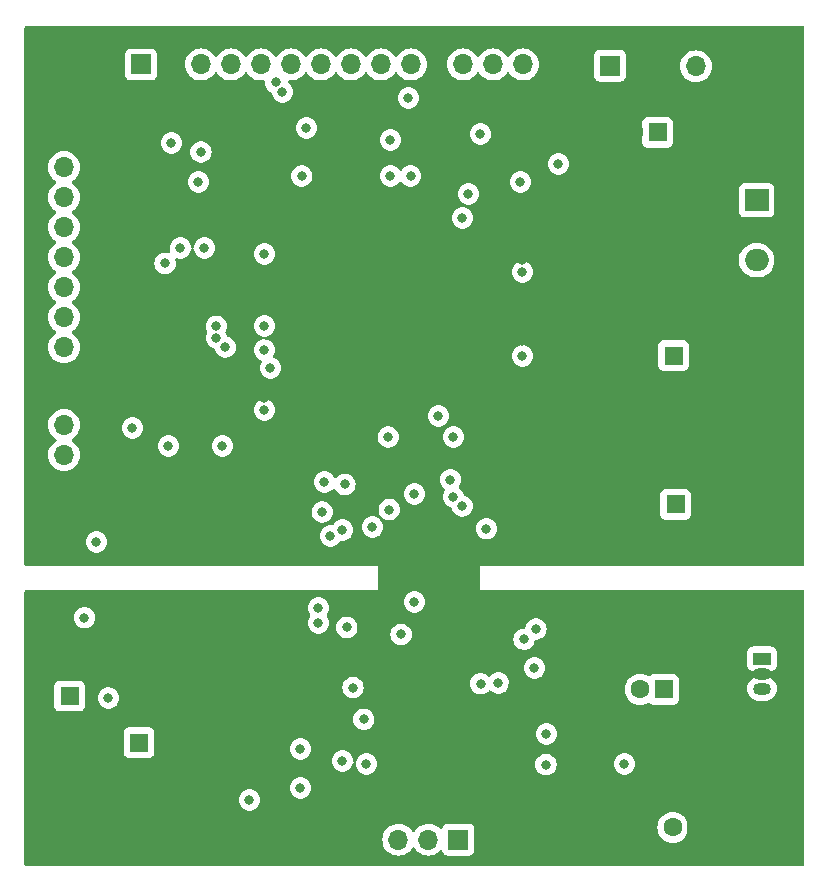
<source format=gbr>
%TF.GenerationSoftware,KiCad,Pcbnew,7.0.2*%
%TF.CreationDate,2023-11-02T12:22:51+01:00*%
%TF.ProjectId,stm_audio_board_V2,73746d5f-6175-4646-996f-5f626f617264,rev?*%
%TF.SameCoordinates,Original*%
%TF.FileFunction,Copper,L3,Inr*%
%TF.FilePolarity,Positive*%
%FSLAX46Y46*%
G04 Gerber Fmt 4.6, Leading zero omitted, Abs format (unit mm)*
G04 Created by KiCad (PCBNEW 7.0.2) date 2023-11-02 12:22:51*
%MOMM*%
%LPD*%
G01*
G04 APERTURE LIST*
%TA.AperFunction,ComponentPad*%
%ADD10C,5.600000*%
%TD*%
%TA.AperFunction,ComponentPad*%
%ADD11R,2.000000X1.905000*%
%TD*%
%TA.AperFunction,ComponentPad*%
%ADD12O,2.000000X1.905000*%
%TD*%
%TA.AperFunction,ComponentPad*%
%ADD13R,1.500000X1.050000*%
%TD*%
%TA.AperFunction,ComponentPad*%
%ADD14O,1.500000X1.050000*%
%TD*%
%TA.AperFunction,ComponentPad*%
%ADD15R,1.700000X1.700000*%
%TD*%
%TA.AperFunction,ComponentPad*%
%ADD16O,1.700000X1.700000*%
%TD*%
%TA.AperFunction,ComponentPad*%
%ADD17R,1.600000X1.600000*%
%TD*%
%TA.AperFunction,ComponentPad*%
%ADD18C,1.600000*%
%TD*%
%TA.AperFunction,ViaPad*%
%ADD19C,0.800000*%
%TD*%
G04 APERTURE END LIST*
D10*
%TO.N,GND*%
%TO.C,H2*%
X245003000Y-112333000D03*
%TD*%
D11*
%TO.N,PWR_INPUT_12V-18V*%
%TO.C,U3*%
X244877000Y-60471000D03*
D12*
%TO.N,GND*%
X244877000Y-63011000D03*
%TO.N,5V*%
X244877000Y-65551000D03*
%TD*%
D13*
%TO.N,Net-(D3-K)*%
%TO.C,U6*%
X245325000Y-99275000D03*
D14*
%TO.N,GND*%
X245325000Y-100545000D03*
%TO.N,+9V*%
X245325000Y-101815000D03*
%TD*%
D15*
%TO.N,TAP_TEMPO_INPUT*%
%TO.C,J4*%
X232457000Y-49069000D03*
%TD*%
%TO.N,+3.3V*%
%TO.C,J5*%
X192739000Y-48975000D03*
D16*
%TO.N,GND*%
X195279000Y-48975000D03*
%TO.N,DISPLAY_CS*%
X197819000Y-48975000D03*
%TO.N,DISPLAY_RST*%
X200359000Y-48975000D03*
%TO.N,DISPLAY_DC*%
X202899000Y-48975000D03*
%TO.N,DISPLAY_MOSI*%
X205439000Y-48975000D03*
%TO.N,DISPLAY_SCK*%
X207979000Y-48975000D03*
%TO.N,DISPLAY_MISO*%
X210519000Y-48975000D03*
%TO.N,TOUCH_CS*%
X213059000Y-48975000D03*
%TO.N,TOUCH_IRQ*%
X215599000Y-48975000D03*
%TD*%
D10*
%TO.N,GND*%
%TO.C,H4*%
X187599000Y-49887000D03*
%TD*%
%TO.N,GND*%
%TO.C,H3*%
X245278000Y-49887000D03*
%TD*%
%TO.N,GND*%
%TO.C,H1*%
X187324000Y-112058000D03*
%TD*%
D15*
%TO.N,GND*%
%TO.C,J6*%
X186229000Y-84563000D03*
D16*
%TO.N,POT_EXT*%
X186229000Y-82023000D03*
%TO.N,+3.3V*%
X186229000Y-79483000D03*
%TD*%
D15*
%TO.N,GND*%
%TO.C,J7*%
X186229000Y-75455000D03*
D16*
%TO.N,+3.3V*%
X186229000Y-72915000D03*
%TO.N,POT6*%
X186229000Y-70375000D03*
%TO.N,POT5*%
X186229000Y-67835000D03*
%TO.N,POT4*%
X186229000Y-65295000D03*
%TO.N,POT3*%
X186229000Y-62755000D03*
%TO.N,POT2*%
X186229000Y-60215000D03*
%TO.N,POT1*%
X186229000Y-57675000D03*
%TD*%
D15*
%TO.N,GND*%
%TO.C,J1*%
X237187000Y-49127000D03*
D16*
%TO.N,PWR_INPUT_12V-18V*%
X239727000Y-49127000D03*
%TD*%
D15*
%TO.N,GND*%
%TO.C,J2*%
X227633000Y-48975000D03*
D16*
%TO.N,SWDIO*%
X225093000Y-48975000D03*
%TO.N,SWCLK*%
X222553000Y-48975000D03*
%TO.N,+3.3V*%
X220013000Y-48975000D03*
%TD*%
D15*
%TO.N,GUITAR_IN*%
%TO.C,J3*%
X219613000Y-114601000D03*
D16*
%TO.N,GUITAR_OUT_L{slash}MONO*%
X217073000Y-114601000D03*
%TO.N,GUITAR_OUT_R*%
X214533000Y-114601000D03*
%TD*%
D17*
%TO.N,PWR_INPUT_12V-18V*%
%TO.C,C13*%
X236498241Y-54733000D03*
D18*
%TO.N,GND*%
X234498241Y-54733000D03*
%TD*%
D17*
%TO.N,+3.3VA*%
%TO.C,C29*%
X192583000Y-106401759D03*
D18*
%TO.N,GND*%
X195083000Y-106401759D03*
%TD*%
D17*
%TO.N,Net-(D2-K)*%
%TO.C,C28*%
X186714241Y-102437000D03*
D18*
%TO.N,GND*%
X186714241Y-104937000D03*
%TD*%
D17*
%TO.N,5V*%
%TO.C,C70*%
X237843000Y-73635759D03*
D18*
%TO.N,GND*%
X240343000Y-73635759D03*
%TD*%
D17*
%TO.N,Net-(7660S1-CAP+)*%
%TO.C,C76*%
X237006241Y-101881000D03*
D18*
%TO.N,Net-(7660S1-CAP-)*%
X235006241Y-101881000D03*
%TD*%
D17*
%TO.N,GND*%
%TO.C,C77*%
X239773000Y-113562241D03*
D18*
%TO.N,-9V*%
X237773000Y-113562241D03*
%TD*%
D17*
%TO.N,+3.3V*%
%TO.C,C71*%
X238022241Y-86229000D03*
D18*
%TO.N,GND*%
X235522241Y-86229000D03*
%TD*%
D19*
%TO.N,GND*%
X217576400Y-86715600D03*
X213664800Y-84124800D03*
X218948000Y-94234000D03*
X220345000Y-94234000D03*
X204724000Y-100457000D03*
X203708000Y-84074000D03*
X192786000Y-65532000D03*
X191516000Y-74930000D03*
X211918500Y-80518000D03*
X210312000Y-98298000D03*
X225044000Y-72346000D03*
X242316000Y-80264000D03*
X207772000Y-68580000D03*
X240284000Y-77724000D03*
X200660000Y-85598000D03*
X237744000Y-68072000D03*
X194056000Y-94996000D03*
X192532000Y-70104000D03*
X235204000Y-69088000D03*
X233121200Y-94183200D03*
X192532000Y-98044000D03*
X237744000Y-61976000D03*
X242316000Y-76200000D03*
X234645200Y-94183200D03*
X240284000Y-81788000D03*
X213360000Y-95758000D03*
X222504000Y-86868000D03*
X198374000Y-109220000D03*
X236220000Y-65024000D03*
X199644000Y-64008000D03*
X242824000Y-61976000D03*
X231140000Y-75692000D03*
X192532000Y-94996000D03*
X243840000Y-106172000D03*
X244348000Y-76200000D03*
X236220000Y-63500000D03*
X234188000Y-64008000D03*
X242824000Y-59944000D03*
X195580000Y-70803500D03*
X231648000Y-114808000D03*
X231137500Y-70612000D03*
X208788000Y-74676000D03*
X216916000Y-84074000D03*
X242316000Y-81788000D03*
X194056000Y-98044000D03*
X236220000Y-68072000D03*
X194564000Y-64008000D03*
X216408000Y-55372000D03*
X239268000Y-63500000D03*
X195072000Y-87376000D03*
X221488000Y-98044000D03*
X203200000Y-77216000D03*
X238252000Y-106680000D03*
X224790000Y-75184000D03*
X221742000Y-84074000D03*
X244348000Y-69088000D03*
X244348000Y-81788000D03*
X209804000Y-112014000D03*
X192532000Y-99568000D03*
X228600000Y-77597000D03*
X237744000Y-66548000D03*
X198628000Y-105156000D03*
X234188000Y-73152000D03*
X236728000Y-69088000D03*
X236220000Y-66548000D03*
X224274387Y-101505029D03*
X233680000Y-69088000D03*
X225044000Y-70612000D03*
X213360000Y-102616000D03*
X219456000Y-102362000D03*
X199644000Y-65532000D03*
X242316000Y-77724000D03*
X237744000Y-63500000D03*
X184531000Y-87630000D03*
X199136000Y-74168000D03*
X234645200Y-95199200D03*
X231648000Y-105156000D03*
X235204000Y-60960000D03*
X196437523Y-111960705D03*
X237744000Y-65024000D03*
X199644000Y-66548000D03*
X194056000Y-96520000D03*
X242824000Y-67564000D03*
X246380000Y-94996000D03*
X240284000Y-95504000D03*
X245872000Y-69088000D03*
X218948000Y-108204000D03*
X236220000Y-61976000D03*
X234188000Y-59944000D03*
X196088000Y-94996000D03*
X203008424Y-55563576D03*
X245872000Y-67564000D03*
X234188000Y-61976000D03*
X199644000Y-60960000D03*
X226568000Y-55880000D03*
X244348000Y-67564000D03*
X240284000Y-76200000D03*
X224028000Y-53340000D03*
X224698128Y-95918628D03*
X212852000Y-110744000D03*
X227076000Y-87884000D03*
X192532000Y-96520000D03*
X212852000Y-54356000D03*
X242824000Y-69088000D03*
X196596000Y-101092000D03*
X240284000Y-80264000D03*
X233121200Y-95199200D03*
X204724000Y-61976000D03*
X204724000Y-68580000D03*
X225044000Y-65532000D03*
X229209250Y-100177250D03*
X225044000Y-68580000D03*
X238252000Y-69088000D03*
X240284000Y-89916000D03*
X242316000Y-78846000D03*
X213360000Y-91948000D03*
X183896000Y-97028000D03*
X191516000Y-58928000D03*
X192532000Y-67818000D03*
X242824000Y-63500000D03*
X240284000Y-78846000D03*
%TO.N,DISPLAY_CS*%
X197819000Y-56388000D03*
%TO.N,DISPLAY_RST*%
X206360613Y-58420000D03*
%TO.N,DISPLAY_DC*%
X197612000Y-58928000D03*
%TO.N,DISPLAY_SCK*%
X204136671Y-50499267D03*
%TO.N,5V*%
X188976000Y-89408000D03*
%TO.N,Net-(D2-K)*%
X187960000Y-95813000D03*
%TO.N,DISPLAY_MISO*%
X204724000Y-51308000D03*
%TO.N,+3.3V*%
X221996000Y-88285000D03*
X203200000Y-65024000D03*
X203200000Y-71120000D03*
X213868000Y-55372000D03*
X195326000Y-55626000D03*
X215571500Y-58420000D03*
X225044000Y-73660000D03*
X199644000Y-81280000D03*
X215392000Y-51816000D03*
X212344000Y-88138000D03*
X213676500Y-80518000D03*
X203200000Y-78232000D03*
X213868000Y-58420000D03*
%TO.N,Net-(U4A-+)*%
X223012000Y-101346000D03*
%TO.N,AD1939_I2S2_SDO*%
X219938500Y-86360000D03*
X219202000Y-80518000D03*
%TO.N,AD1939_I2S1_SDI*%
X217932000Y-78740000D03*
X215900000Y-85344000D03*
%TO.N,AD1939_SPI3_MOSI*%
X208280000Y-84328000D03*
X208088500Y-86868000D03*
%TO.N,AD1939_I2S2_CK*%
X219188622Y-85584622D03*
X218948000Y-84136500D03*
%TO.N,AD1939_SPI3_CLK*%
X209804000Y-88392000D03*
X219964000Y-61976000D03*
%TO.N,AD1939_SPI3_MISO*%
X213763211Y-86656289D03*
X220472000Y-59944000D03*
%TO.N,AD1939_SPI_CS*%
X208788000Y-88900000D03*
X210005833Y-84529833D03*
%TO.N,AD1939_CM*%
X211836000Y-108204000D03*
X211601000Y-104413000D03*
%TO.N,+3.3VA*%
X210171622Y-96633622D03*
X189992000Y-102616000D03*
X214771000Y-97233494D03*
%TO.N,EXT_INT_BUTTON*%
X225044000Y-66548000D03*
%TO.N,AD1939_MCLKI*%
X225171000Y-97645000D03*
%TO.N,AD1939_MCLKO*%
X226187000Y-96774000D03*
%TO.N,AD1939_LF*%
X226060000Y-100076000D03*
%TO.N,+9V*%
X201930000Y-111252000D03*
X227025721Y-108254279D03*
X227076000Y-105664000D03*
%TO.N,-9V*%
X210693000Y-101727000D03*
X233680000Y-108204000D03*
X221491442Y-101403096D03*
%TO.N,AD1939_FILTR*%
X215900000Y-94488000D03*
%TO.N,SWDIO*%
X228092000Y-57404000D03*
%TO.N,SWCLK*%
X221488000Y-54864000D03*
%TO.N,DAC2R*%
X207772000Y-94996000D03*
%TO.N,DAC2L*%
X207772000Y-96266000D03*
%TO.N,Net-(R23-Pad2)*%
X206248000Y-110236000D03*
%TO.N,/MCU/NRST*%
X195072000Y-81280000D03*
X203708000Y-74676000D03*
%TO.N,POT5*%
X199136000Y-72136000D03*
%TO.N,POT1*%
X198120000Y-64516000D03*
%TO.N,POT6*%
X199884622Y-72911378D03*
%TO.N,POT2*%
X196088000Y-64516000D03*
%TO.N,POT3*%
X194789157Y-65814843D03*
%TO.N,POT_EXT*%
X192024000Y-79756000D03*
X203195076Y-73156924D03*
%TO.N,POT4*%
X199120535Y-71135465D03*
%TO.N,Net-(U2A-+)*%
X209804000Y-107950000D03*
%TO.N,Net-(U2A--)*%
X206248000Y-106934000D03*
%TO.N,Net-(C1-Pad1)*%
X224872000Y-58928000D03*
X206756000Y-54356000D03*
%TD*%
%TA.AperFunction,Conductor*%
%TO.N,GND*%
G36*
X248862539Y-45740185D02*
G01*
X248908294Y-45792989D01*
X248919500Y-45844500D01*
X248919500Y-91316000D01*
X248899815Y-91383039D01*
X248847011Y-91428794D01*
X248795500Y-91440000D01*
X221488000Y-91440000D01*
X221488000Y-93472000D01*
X248795500Y-93472000D01*
X248862539Y-93491685D01*
X248908294Y-93544489D01*
X248919500Y-93596000D01*
X248919500Y-116715500D01*
X248899815Y-116782539D01*
X248847011Y-116828294D01*
X248795500Y-116839500D01*
X183004500Y-116839500D01*
X182937461Y-116819815D01*
X182891706Y-116767011D01*
X182880500Y-116715500D01*
X182880500Y-114601000D01*
X213177340Y-114601000D01*
X213197936Y-114836407D01*
X213242709Y-115003501D01*
X213259097Y-115064663D01*
X213358965Y-115278830D01*
X213494505Y-115472401D01*
X213661599Y-115639495D01*
X213855170Y-115775035D01*
X214069337Y-115874903D01*
X214297592Y-115936063D01*
X214532999Y-115956659D01*
X214532999Y-115956658D01*
X214533000Y-115956659D01*
X214768408Y-115936063D01*
X214996663Y-115874903D01*
X215210830Y-115775035D01*
X215404401Y-115639495D01*
X215571495Y-115472401D01*
X215701427Y-115286838D01*
X215756001Y-115243216D01*
X215825499Y-115236022D01*
X215887854Y-115267545D01*
X215904572Y-115286838D01*
X216034505Y-115472401D01*
X216201599Y-115639495D01*
X216395170Y-115775035D01*
X216609337Y-115874903D01*
X216837592Y-115936063D01*
X217073000Y-115956659D01*
X217308408Y-115936063D01*
X217536663Y-115874903D01*
X217750830Y-115775035D01*
X217944401Y-115639495D01*
X218066329Y-115517566D01*
X218127648Y-115484084D01*
X218197340Y-115489068D01*
X218253274Y-115530939D01*
X218270189Y-115561916D01*
X218319204Y-115693331D01*
X218405454Y-115808546D01*
X218520669Y-115894796D01*
X218655517Y-115945091D01*
X218715127Y-115951500D01*
X220510872Y-115951499D01*
X220570483Y-115945091D01*
X220705331Y-115894796D01*
X220820546Y-115808546D01*
X220906796Y-115693331D01*
X220957091Y-115558483D01*
X220963500Y-115498873D01*
X220963499Y-113703128D01*
X220957091Y-113643517D01*
X220926777Y-113562241D01*
X236467531Y-113562241D01*
X236487364Y-113788930D01*
X236546261Y-114008738D01*
X236642432Y-114214976D01*
X236772953Y-114401381D01*
X236933859Y-114562287D01*
X237120264Y-114692808D01*
X237120265Y-114692808D01*
X237120266Y-114692809D01*
X237326504Y-114788980D01*
X237546308Y-114847876D01*
X237773000Y-114867709D01*
X237999692Y-114847876D01*
X238219496Y-114788980D01*
X238425734Y-114692809D01*
X238612139Y-114562288D01*
X238773047Y-114401380D01*
X238903568Y-114214975D01*
X238999739Y-114008737D01*
X239058635Y-113788933D01*
X239078468Y-113562241D01*
X239058635Y-113335549D01*
X238999739Y-113115745D01*
X238903568Y-112909507D01*
X238773047Y-112723102D01*
X238773046Y-112723100D01*
X238612140Y-112562194D01*
X238425735Y-112431673D01*
X238219497Y-112335502D01*
X237999689Y-112276605D01*
X237773000Y-112256772D01*
X237546310Y-112276605D01*
X237326502Y-112335502D01*
X237120264Y-112431673D01*
X236933859Y-112562194D01*
X236772953Y-112723100D01*
X236642432Y-112909505D01*
X236546261Y-113115743D01*
X236487364Y-113335551D01*
X236467531Y-113562241D01*
X220926777Y-113562241D01*
X220906796Y-113508669D01*
X220820546Y-113393454D01*
X220705331Y-113307204D01*
X220570483Y-113256909D01*
X220510873Y-113250500D01*
X220507550Y-113250500D01*
X218718439Y-113250500D01*
X218718420Y-113250500D01*
X218715128Y-113250501D01*
X218711848Y-113250853D01*
X218711840Y-113250854D01*
X218655515Y-113256909D01*
X218520669Y-113307204D01*
X218405454Y-113393454D01*
X218319204Y-113508669D01*
X218270189Y-113640083D01*
X218228317Y-113696016D01*
X218162852Y-113720433D01*
X218094580Y-113705581D01*
X218066326Y-113684430D01*
X217944404Y-113562508D01*
X217944401Y-113562505D01*
X217750830Y-113426965D01*
X217536663Y-113327097D01*
X217475501Y-113310709D01*
X217308407Y-113265936D01*
X217072999Y-113245340D01*
X216837592Y-113265936D01*
X216609336Y-113327097D01*
X216395170Y-113426965D01*
X216201598Y-113562505D01*
X216034505Y-113729598D01*
X215904575Y-113915159D01*
X215849998Y-113958784D01*
X215780500Y-113965978D01*
X215718145Y-113934455D01*
X215701425Y-113915159D01*
X215571494Y-113729598D01*
X215404404Y-113562508D01*
X215404401Y-113562505D01*
X215210830Y-113426965D01*
X214996663Y-113327097D01*
X214935502Y-113310709D01*
X214768407Y-113265936D01*
X214532999Y-113245340D01*
X214297592Y-113265936D01*
X214069336Y-113327097D01*
X213855170Y-113426965D01*
X213661598Y-113562505D01*
X213494505Y-113729598D01*
X213358965Y-113923170D01*
X213259097Y-114137336D01*
X213197936Y-114365592D01*
X213177340Y-114601000D01*
X182880500Y-114601000D01*
X182880500Y-111251999D01*
X201024540Y-111251999D01*
X201044326Y-111440257D01*
X201102820Y-111620284D01*
X201197466Y-111784216D01*
X201324129Y-111924889D01*
X201477269Y-112036151D01*
X201650197Y-112113144D01*
X201835352Y-112152500D01*
X201835354Y-112152500D01*
X202024648Y-112152500D01*
X202148084Y-112126262D01*
X202209803Y-112113144D01*
X202382730Y-112036151D01*
X202535871Y-111924888D01*
X202662533Y-111784216D01*
X202757179Y-111620284D01*
X202815674Y-111440256D01*
X202835460Y-111252000D01*
X202815674Y-111063744D01*
X202757179Y-110883716D01*
X202757179Y-110883715D01*
X202662533Y-110719783D01*
X202535870Y-110579110D01*
X202382730Y-110467848D01*
X202209802Y-110390855D01*
X202024648Y-110351500D01*
X202024646Y-110351500D01*
X201835354Y-110351500D01*
X201835352Y-110351500D01*
X201650197Y-110390855D01*
X201477269Y-110467848D01*
X201324129Y-110579110D01*
X201197466Y-110719783D01*
X201102820Y-110883715D01*
X201044326Y-111063742D01*
X201024540Y-111251999D01*
X182880500Y-111251999D01*
X182880500Y-110236000D01*
X205342540Y-110236000D01*
X205362326Y-110424257D01*
X205420820Y-110604284D01*
X205515466Y-110768216D01*
X205642129Y-110908889D01*
X205795269Y-111020151D01*
X205968197Y-111097144D01*
X206153352Y-111136500D01*
X206153354Y-111136500D01*
X206342648Y-111136500D01*
X206466084Y-111110262D01*
X206527803Y-111097144D01*
X206700730Y-111020151D01*
X206853871Y-110908888D01*
X206980533Y-110768216D01*
X207075179Y-110604284D01*
X207133674Y-110424256D01*
X207153460Y-110236000D01*
X207133674Y-110047744D01*
X207075179Y-109867716D01*
X207075179Y-109867715D01*
X206980533Y-109703783D01*
X206853870Y-109563110D01*
X206700730Y-109451848D01*
X206527802Y-109374855D01*
X206342648Y-109335500D01*
X206342646Y-109335500D01*
X206153354Y-109335500D01*
X206153352Y-109335500D01*
X205968197Y-109374855D01*
X205795269Y-109451848D01*
X205642129Y-109563110D01*
X205515466Y-109703783D01*
X205420820Y-109867715D01*
X205362326Y-110047742D01*
X205342540Y-110236000D01*
X182880500Y-110236000D01*
X182880500Y-107950000D01*
X208898540Y-107950000D01*
X208918326Y-108138257D01*
X208976820Y-108318284D01*
X209071466Y-108482216D01*
X209198129Y-108622889D01*
X209351269Y-108734151D01*
X209524197Y-108811144D01*
X209709352Y-108850500D01*
X209709354Y-108850500D01*
X209898648Y-108850500D01*
X210022084Y-108824262D01*
X210083803Y-108811144D01*
X210256730Y-108734151D01*
X210409871Y-108622888D01*
X210536533Y-108482216D01*
X210631179Y-108318284D01*
X210689674Y-108138256D01*
X210689674Y-108138252D01*
X210691351Y-108133092D01*
X210723655Y-108085849D01*
X210892014Y-108085849D01*
X210915469Y-108107376D01*
X210933231Y-108174950D01*
X210932603Y-108184370D01*
X210930540Y-108204000D01*
X210942551Y-108318284D01*
X210950326Y-108392257D01*
X211008820Y-108572284D01*
X211103466Y-108736216D01*
X211230129Y-108876889D01*
X211383269Y-108988151D01*
X211556197Y-109065144D01*
X211741352Y-109104500D01*
X211741354Y-109104500D01*
X211930648Y-109104500D01*
X212054083Y-109078262D01*
X212115803Y-109065144D01*
X212288730Y-108988151D01*
X212441871Y-108876888D01*
X212568533Y-108736216D01*
X212663179Y-108572284D01*
X212721674Y-108392256D01*
X212736176Y-108254279D01*
X226120261Y-108254279D01*
X226140047Y-108442536D01*
X226198541Y-108622563D01*
X226293187Y-108786495D01*
X226419850Y-108927168D01*
X226572990Y-109038430D01*
X226745918Y-109115423D01*
X226931073Y-109154779D01*
X226931075Y-109154779D01*
X227120369Y-109154779D01*
X227243804Y-109128541D01*
X227305524Y-109115423D01*
X227478451Y-109038430D01*
X227478451Y-109038429D01*
X227631591Y-108927168D01*
X227676864Y-108876888D01*
X227758254Y-108786495D01*
X227852900Y-108622563D01*
X227911395Y-108442535D01*
X227931181Y-108254279D01*
X227925896Y-108203999D01*
X232774540Y-108203999D01*
X232794326Y-108392257D01*
X232852820Y-108572284D01*
X232947466Y-108736216D01*
X233074129Y-108876889D01*
X233227269Y-108988151D01*
X233400197Y-109065144D01*
X233585352Y-109104500D01*
X233585354Y-109104500D01*
X233774648Y-109104500D01*
X233898083Y-109078262D01*
X233959803Y-109065144D01*
X234132730Y-108988151D01*
X234285871Y-108876888D01*
X234412533Y-108736216D01*
X234507179Y-108572284D01*
X234565674Y-108392256D01*
X234585460Y-108204000D01*
X234565674Y-108015744D01*
X234523516Y-107885995D01*
X234507179Y-107835715D01*
X234412533Y-107671783D01*
X234285870Y-107531110D01*
X234132730Y-107419848D01*
X233959802Y-107342855D01*
X233774648Y-107303500D01*
X233774646Y-107303500D01*
X233585354Y-107303500D01*
X233585352Y-107303500D01*
X233400197Y-107342855D01*
X233227269Y-107419848D01*
X233074129Y-107531110D01*
X232947466Y-107671783D01*
X232852820Y-107835715D01*
X232794326Y-108015742D01*
X232774540Y-108203999D01*
X227925896Y-108203999D01*
X227911395Y-108066023D01*
X227852900Y-107885995D01*
X227852900Y-107885994D01*
X227758254Y-107722062D01*
X227631591Y-107581389D01*
X227478451Y-107470127D01*
X227305523Y-107393134D01*
X227120369Y-107353779D01*
X227120367Y-107353779D01*
X226931075Y-107353779D01*
X226931073Y-107353779D01*
X226745918Y-107393134D01*
X226572990Y-107470127D01*
X226419850Y-107581389D01*
X226293187Y-107722062D01*
X226198541Y-107885994D01*
X226140047Y-108066021D01*
X226120261Y-108254279D01*
X212736176Y-108254279D01*
X212741460Y-108204000D01*
X212721674Y-108015744D01*
X212679516Y-107885995D01*
X212663179Y-107835715D01*
X212568533Y-107671783D01*
X212441870Y-107531110D01*
X212288730Y-107419848D01*
X212115802Y-107342855D01*
X211930648Y-107303500D01*
X211930646Y-107303500D01*
X211741354Y-107303500D01*
X211741352Y-107303500D01*
X211556197Y-107342855D01*
X211383269Y-107419848D01*
X211230129Y-107531110D01*
X211103466Y-107671783D01*
X211008820Y-107835715D01*
X210948648Y-108020907D01*
X210909210Y-108078583D01*
X210892014Y-108085849D01*
X210723655Y-108085849D01*
X210730788Y-108075417D01*
X210747985Y-108068149D01*
X210724530Y-108046622D01*
X210706768Y-107979048D01*
X210707397Y-107969625D01*
X210709460Y-107950000D01*
X210702733Y-107885994D01*
X210689674Y-107761744D01*
X210631179Y-107581716D01*
X210631179Y-107581715D01*
X210536533Y-107417783D01*
X210409870Y-107277110D01*
X210256730Y-107165848D01*
X210083802Y-107088855D01*
X209898648Y-107049500D01*
X209898646Y-107049500D01*
X209709354Y-107049500D01*
X209709352Y-107049500D01*
X209524197Y-107088855D01*
X209351269Y-107165848D01*
X209198129Y-107277110D01*
X209071466Y-107417783D01*
X208976820Y-107581715D01*
X208918326Y-107761742D01*
X208898540Y-107950000D01*
X182880500Y-107950000D01*
X182880500Y-107246337D01*
X191282500Y-107246337D01*
X191282501Y-107249631D01*
X191288909Y-107309242D01*
X191339204Y-107444090D01*
X191425454Y-107559305D01*
X191540669Y-107645555D01*
X191675517Y-107695850D01*
X191735127Y-107702259D01*
X193430872Y-107702258D01*
X193490483Y-107695850D01*
X193625331Y-107645555D01*
X193740546Y-107559305D01*
X193826796Y-107444090D01*
X193877091Y-107309242D01*
X193883500Y-107249632D01*
X193883500Y-106933999D01*
X205342540Y-106933999D01*
X205362326Y-107122257D01*
X205420820Y-107302284D01*
X205515466Y-107466216D01*
X205642129Y-107606889D01*
X205795269Y-107718151D01*
X205968197Y-107795144D01*
X206153352Y-107834500D01*
X206153354Y-107834500D01*
X206342648Y-107834500D01*
X206466084Y-107808262D01*
X206527803Y-107795144D01*
X206700730Y-107718151D01*
X206853871Y-107606888D01*
X206980533Y-107466216D01*
X207075179Y-107302284D01*
X207133674Y-107122256D01*
X207153460Y-106934000D01*
X207133674Y-106745744D01*
X207075179Y-106565716D01*
X207075179Y-106565715D01*
X206980533Y-106401783D01*
X206853870Y-106261110D01*
X206700730Y-106149848D01*
X206527802Y-106072855D01*
X206342648Y-106033500D01*
X206342646Y-106033500D01*
X206153354Y-106033500D01*
X206153352Y-106033500D01*
X205968197Y-106072855D01*
X205795269Y-106149848D01*
X205642129Y-106261110D01*
X205515466Y-106401783D01*
X205420820Y-106565715D01*
X205362326Y-106745742D01*
X205342540Y-106933999D01*
X193883500Y-106933999D01*
X193883499Y-105663999D01*
X226170540Y-105663999D01*
X226190326Y-105852257D01*
X226248820Y-106032284D01*
X226343466Y-106196216D01*
X226470129Y-106336889D01*
X226623269Y-106448151D01*
X226796197Y-106525144D01*
X226981352Y-106564500D01*
X226981354Y-106564500D01*
X227170648Y-106564500D01*
X227294083Y-106538262D01*
X227355803Y-106525144D01*
X227528730Y-106448151D01*
X227681871Y-106336888D01*
X227808533Y-106196216D01*
X227903179Y-106032284D01*
X227961674Y-105852256D01*
X227981460Y-105664000D01*
X227961674Y-105475744D01*
X227923880Y-105359427D01*
X227903179Y-105295715D01*
X227808533Y-105131783D01*
X227681870Y-104991110D01*
X227528730Y-104879848D01*
X227355802Y-104802855D01*
X227170648Y-104763500D01*
X227170646Y-104763500D01*
X226981354Y-104763500D01*
X226981352Y-104763500D01*
X226796197Y-104802855D01*
X226623269Y-104879848D01*
X226470129Y-104991110D01*
X226343466Y-105131783D01*
X226248820Y-105295715D01*
X226190326Y-105475742D01*
X226170540Y-105663999D01*
X193883499Y-105663999D01*
X193883499Y-105553887D01*
X193877091Y-105494276D01*
X193826796Y-105359428D01*
X193740546Y-105244213D01*
X193625331Y-105157963D01*
X193490483Y-105107668D01*
X193430873Y-105101259D01*
X193427550Y-105101259D01*
X191738439Y-105101259D01*
X191738420Y-105101259D01*
X191735128Y-105101260D01*
X191731848Y-105101612D01*
X191731840Y-105101613D01*
X191675515Y-105107668D01*
X191540669Y-105157963D01*
X191425454Y-105244213D01*
X191339204Y-105359427D01*
X191288910Y-105494274D01*
X191288909Y-105494276D01*
X191282500Y-105553886D01*
X191282500Y-105557207D01*
X191282500Y-105557208D01*
X191282500Y-107246319D01*
X191282500Y-107246337D01*
X182880500Y-107246337D01*
X182880500Y-104413000D01*
X210695540Y-104413000D01*
X210715326Y-104601257D01*
X210773820Y-104781284D01*
X210868466Y-104945216D01*
X210995129Y-105085889D01*
X211148269Y-105197151D01*
X211321197Y-105274144D01*
X211506352Y-105313500D01*
X211506354Y-105313500D01*
X211695648Y-105313500D01*
X211819084Y-105287262D01*
X211880803Y-105274144D01*
X212053730Y-105197151D01*
X212107668Y-105157963D01*
X212206870Y-105085889D01*
X212333533Y-104945216D01*
X212428179Y-104781284D01*
X212433957Y-104763500D01*
X212486674Y-104601256D01*
X212506460Y-104413000D01*
X212486674Y-104224744D01*
X212428179Y-104044716D01*
X212428179Y-104044715D01*
X212333533Y-103880783D01*
X212206870Y-103740110D01*
X212053730Y-103628848D01*
X211880802Y-103551855D01*
X211695648Y-103512500D01*
X211695646Y-103512500D01*
X211506354Y-103512500D01*
X211506352Y-103512500D01*
X211321197Y-103551855D01*
X211148269Y-103628848D01*
X210995129Y-103740110D01*
X210868466Y-103880783D01*
X210773820Y-104044715D01*
X210715326Y-104224742D01*
X210695540Y-104413000D01*
X182880500Y-104413000D01*
X182880500Y-103281578D01*
X185413741Y-103281578D01*
X185413742Y-103284872D01*
X185414094Y-103288152D01*
X185414095Y-103288159D01*
X185420150Y-103344483D01*
X185470445Y-103479331D01*
X185556695Y-103594546D01*
X185671910Y-103680796D01*
X185806758Y-103731091D01*
X185866368Y-103737500D01*
X187562113Y-103737499D01*
X187621724Y-103731091D01*
X187756572Y-103680796D01*
X187871787Y-103594546D01*
X187958037Y-103479331D01*
X188008332Y-103344483D01*
X188014741Y-103284873D01*
X188014741Y-102616000D01*
X189086540Y-102616000D01*
X189106326Y-102804257D01*
X189164820Y-102984284D01*
X189259466Y-103148216D01*
X189386129Y-103288889D01*
X189539269Y-103400151D01*
X189712197Y-103477144D01*
X189897352Y-103516500D01*
X189897354Y-103516500D01*
X190086648Y-103516500D01*
X190210084Y-103490262D01*
X190271803Y-103477144D01*
X190444730Y-103400151D01*
X190444730Y-103400150D01*
X190597870Y-103288889D01*
X190694884Y-103181145D01*
X190724533Y-103148216D01*
X190819179Y-102984284D01*
X190877674Y-102804256D01*
X190897460Y-102616000D01*
X190877674Y-102427744D01*
X190819179Y-102247716D01*
X190819179Y-102247715D01*
X190724533Y-102083783D01*
X190597870Y-101943110D01*
X190444730Y-101831848D01*
X190271802Y-101754855D01*
X190140748Y-101726999D01*
X209787540Y-101726999D01*
X209807326Y-101915257D01*
X209865820Y-102095284D01*
X209960466Y-102259216D01*
X210087129Y-102399889D01*
X210240269Y-102511151D01*
X210413197Y-102588144D01*
X210598352Y-102627500D01*
X210598354Y-102627500D01*
X210787648Y-102627500D01*
X210911084Y-102601262D01*
X210972803Y-102588144D01*
X211145730Y-102511151D01*
X211145730Y-102511150D01*
X211298870Y-102399889D01*
X211425533Y-102259216D01*
X211520179Y-102095284D01*
X211545001Y-102018889D01*
X211578674Y-101915256D01*
X211598460Y-101727000D01*
X211578674Y-101538744D01*
X211534599Y-101403096D01*
X220585982Y-101403096D01*
X220605768Y-101591353D01*
X220664262Y-101771380D01*
X220758908Y-101935312D01*
X220885571Y-102075985D01*
X221038711Y-102187247D01*
X221211639Y-102264240D01*
X221396794Y-102303596D01*
X221396796Y-102303596D01*
X221586090Y-102303596D01*
X221709526Y-102277358D01*
X221771245Y-102264240D01*
X221944172Y-102187247D01*
X222070749Y-102095284D01*
X222097312Y-102075985D01*
X222097313Y-102075984D01*
X222185276Y-101978291D01*
X222244761Y-101941643D01*
X222314618Y-101942973D01*
X222369574Y-101978291D01*
X222406129Y-102018888D01*
X222559269Y-102130151D01*
X222732197Y-102207144D01*
X222917352Y-102246500D01*
X222917354Y-102246500D01*
X223106648Y-102246500D01*
X223281457Y-102209343D01*
X223291803Y-102207144D01*
X223464730Y-102130151D01*
X223528550Y-102083783D01*
X223617870Y-102018889D01*
X223742026Y-101881000D01*
X233700772Y-101881000D01*
X233720605Y-102107689D01*
X233779502Y-102327497D01*
X233875673Y-102533735D01*
X234006194Y-102720140D01*
X234167100Y-102881046D01*
X234353505Y-103011567D01*
X234353506Y-103011567D01*
X234353507Y-103011568D01*
X234559745Y-103107739D01*
X234779549Y-103166635D01*
X235006241Y-103186468D01*
X235232933Y-103166635D01*
X235452737Y-103107739D01*
X235658975Y-103011568D01*
X235671796Y-103002590D01*
X235737999Y-102980262D01*
X235805767Y-102997270D01*
X235842186Y-103029852D01*
X235848693Y-103038544D01*
X235848694Y-103038544D01*
X235848695Y-103038546D01*
X235963910Y-103124796D01*
X236098758Y-103175091D01*
X236158368Y-103181500D01*
X237854113Y-103181499D01*
X237913724Y-103175091D01*
X238048572Y-103124796D01*
X238163787Y-103038546D01*
X238250037Y-102923331D01*
X238300332Y-102788483D01*
X238306741Y-102728873D01*
X238306740Y-101815000D01*
X244069538Y-101815000D01*
X244089337Y-102016031D01*
X244089338Y-102016033D01*
X244147977Y-102209341D01*
X244243202Y-102387494D01*
X244276233Y-102427742D01*
X244371352Y-102543647D01*
X244425573Y-102588144D01*
X244527506Y-102671798D01*
X244705659Y-102767023D01*
X244898967Y-102825662D01*
X245049620Y-102840500D01*
X245052670Y-102840500D01*
X245597330Y-102840500D01*
X245600380Y-102840500D01*
X245751033Y-102825662D01*
X245944341Y-102767023D01*
X246122494Y-102671798D01*
X246278647Y-102543647D01*
X246406798Y-102387494D01*
X246502023Y-102209341D01*
X246560662Y-102016033D01*
X246580462Y-101815000D01*
X246560662Y-101613967D01*
X246502023Y-101420659D01*
X246406798Y-101242506D01*
X246320092Y-101136854D01*
X246278647Y-101086352D01*
X246183508Y-101008275D01*
X246122494Y-100958202D01*
X245977972Y-100880953D01*
X245944343Y-100862978D01*
X245944342Y-100862977D01*
X245944341Y-100862977D01*
X245824092Y-100826500D01*
X245751031Y-100804337D01*
X245603414Y-100789798D01*
X245603397Y-100789797D01*
X245600380Y-100789500D01*
X245049620Y-100789500D01*
X245046603Y-100789797D01*
X245046585Y-100789798D01*
X244898968Y-100804337D01*
X244705656Y-100862978D01*
X244527507Y-100958201D01*
X244371352Y-101086352D01*
X244243201Y-101242507D01*
X244147978Y-101420656D01*
X244089337Y-101613968D01*
X244069538Y-101815000D01*
X238306740Y-101815000D01*
X238306740Y-101033128D01*
X238300332Y-100973517D01*
X238250037Y-100838669D01*
X238163787Y-100723454D01*
X238048572Y-100637204D01*
X237913724Y-100586909D01*
X237854114Y-100580500D01*
X237850791Y-100580500D01*
X236161680Y-100580500D01*
X236161661Y-100580500D01*
X236158369Y-100580501D01*
X236155089Y-100580853D01*
X236155081Y-100580854D01*
X236098756Y-100586909D01*
X235963911Y-100637203D01*
X235848692Y-100723456D01*
X235842185Y-100732149D01*
X235786250Y-100774018D01*
X235716558Y-100779000D01*
X235671800Y-100759412D01*
X235669655Y-100757910D01*
X235658975Y-100750432D01*
X235493159Y-100673110D01*
X235452738Y-100654261D01*
X235232930Y-100595364D01*
X235006241Y-100575531D01*
X234779551Y-100595364D01*
X234559743Y-100654261D01*
X234353505Y-100750432D01*
X234167100Y-100880953D01*
X234006194Y-101041859D01*
X233875673Y-101228264D01*
X233779502Y-101434502D01*
X233720605Y-101654310D01*
X233700772Y-101881000D01*
X223742026Y-101881000D01*
X223744533Y-101878216D01*
X223839179Y-101714284D01*
X223858666Y-101654310D01*
X223897674Y-101534256D01*
X223917460Y-101346000D01*
X223897674Y-101157744D01*
X223860021Y-101041861D01*
X223839179Y-100977715D01*
X223744533Y-100813783D01*
X223617870Y-100673110D01*
X223464730Y-100561848D01*
X223291802Y-100484855D01*
X223106648Y-100445500D01*
X223106646Y-100445500D01*
X222917354Y-100445500D01*
X222917352Y-100445500D01*
X222732197Y-100484855D01*
X222559269Y-100561848D01*
X222406129Y-100673110D01*
X222318166Y-100770804D01*
X222258679Y-100807453D01*
X222188822Y-100806122D01*
X222133866Y-100770804D01*
X222097312Y-100730206D01*
X221944172Y-100618944D01*
X221771244Y-100541951D01*
X221586090Y-100502596D01*
X221586088Y-100502596D01*
X221396796Y-100502596D01*
X221396794Y-100502596D01*
X221211639Y-100541951D01*
X221038711Y-100618944D01*
X220885571Y-100730206D01*
X220758908Y-100870879D01*
X220664262Y-101034811D01*
X220605768Y-101214838D01*
X220585982Y-101403096D01*
X211534599Y-101403096D01*
X211520179Y-101358716D01*
X211520179Y-101358715D01*
X211425533Y-101194783D01*
X211298870Y-101054110D01*
X211145730Y-100942848D01*
X210972802Y-100865855D01*
X210787648Y-100826500D01*
X210787646Y-100826500D01*
X210598354Y-100826500D01*
X210598352Y-100826500D01*
X210413197Y-100865855D01*
X210240269Y-100942848D01*
X210087129Y-101054110D01*
X209960466Y-101194783D01*
X209865820Y-101358715D01*
X209807326Y-101538742D01*
X209787540Y-101726999D01*
X190140748Y-101726999D01*
X190086648Y-101715500D01*
X190086646Y-101715500D01*
X189897354Y-101715500D01*
X189897352Y-101715500D01*
X189712197Y-101754855D01*
X189539269Y-101831848D01*
X189386129Y-101943110D01*
X189259466Y-102083783D01*
X189164820Y-102247715D01*
X189106326Y-102427742D01*
X189086540Y-102616000D01*
X188014741Y-102616000D01*
X188014740Y-101589128D01*
X188008332Y-101529517D01*
X187958037Y-101394669D01*
X187871787Y-101279454D01*
X187756572Y-101193204D01*
X187621724Y-101142909D01*
X187562114Y-101136500D01*
X187558791Y-101136500D01*
X185869680Y-101136500D01*
X185869661Y-101136500D01*
X185866369Y-101136501D01*
X185863089Y-101136853D01*
X185863081Y-101136854D01*
X185806756Y-101142909D01*
X185671910Y-101193204D01*
X185556695Y-101279454D01*
X185470445Y-101394668D01*
X185420151Y-101529515D01*
X185420150Y-101529517D01*
X185413741Y-101589127D01*
X185413741Y-101592448D01*
X185413741Y-101592449D01*
X185413741Y-103281560D01*
X185413741Y-103281578D01*
X182880500Y-103281578D01*
X182880500Y-100075999D01*
X225154540Y-100075999D01*
X225174326Y-100264257D01*
X225232820Y-100444284D01*
X225327466Y-100608216D01*
X225454129Y-100748889D01*
X225607269Y-100860151D01*
X225780197Y-100937144D01*
X225965352Y-100976500D01*
X225965354Y-100976500D01*
X226154648Y-100976500D01*
X226278084Y-100950262D01*
X226339803Y-100937144D01*
X226512730Y-100860151D01*
X226587095Y-100806122D01*
X226665870Y-100748889D01*
X226792533Y-100608216D01*
X226887179Y-100444284D01*
X226887178Y-100444284D01*
X226945674Y-100264256D01*
X226965460Y-100076000D01*
X226945674Y-99887744D01*
X226931648Y-99844578D01*
X244074500Y-99844578D01*
X244074501Y-99847872D01*
X244080909Y-99907483D01*
X244131204Y-100042331D01*
X244217454Y-100157546D01*
X244332669Y-100243796D01*
X244467517Y-100294091D01*
X244527127Y-100300500D01*
X246122872Y-100300499D01*
X246182483Y-100294091D01*
X246317331Y-100243796D01*
X246432546Y-100157546D01*
X246518796Y-100042331D01*
X246569091Y-99907483D01*
X246575500Y-99847873D01*
X246575499Y-98702128D01*
X246569091Y-98642517D01*
X246518796Y-98507669D01*
X246432546Y-98392454D01*
X246317331Y-98306204D01*
X246182483Y-98255909D01*
X246122873Y-98249500D01*
X246119550Y-98249500D01*
X244530439Y-98249500D01*
X244530420Y-98249500D01*
X244527128Y-98249501D01*
X244523848Y-98249853D01*
X244523840Y-98249854D01*
X244467515Y-98255909D01*
X244332669Y-98306204D01*
X244217454Y-98392454D01*
X244131204Y-98507668D01*
X244080910Y-98642515D01*
X244080909Y-98642517D01*
X244074500Y-98702127D01*
X244074500Y-98705448D01*
X244074500Y-98705449D01*
X244074500Y-99844560D01*
X244074500Y-99844578D01*
X226931648Y-99844578D01*
X226887179Y-99707716D01*
X226887179Y-99707715D01*
X226792533Y-99543783D01*
X226665870Y-99403110D01*
X226512730Y-99291848D01*
X226339802Y-99214855D01*
X226154648Y-99175500D01*
X226154646Y-99175500D01*
X225965354Y-99175500D01*
X225965352Y-99175500D01*
X225780197Y-99214855D01*
X225607269Y-99291848D01*
X225454129Y-99403110D01*
X225327466Y-99543783D01*
X225232820Y-99707715D01*
X225174326Y-99887742D01*
X225154540Y-100075999D01*
X182880500Y-100075999D01*
X182880500Y-95812999D01*
X187054540Y-95812999D01*
X187074326Y-96001257D01*
X187132820Y-96181284D01*
X187227466Y-96345216D01*
X187354129Y-96485889D01*
X187507269Y-96597151D01*
X187680197Y-96674144D01*
X187865352Y-96713500D01*
X187865354Y-96713500D01*
X188054648Y-96713500D01*
X188178083Y-96687262D01*
X188239803Y-96674144D01*
X188412730Y-96597151D01*
X188565871Y-96485888D01*
X188692533Y-96345216D01*
X188738269Y-96265999D01*
X206866540Y-96265999D01*
X206886326Y-96454257D01*
X206944820Y-96634284D01*
X207039466Y-96798216D01*
X207166129Y-96938889D01*
X207319269Y-97050151D01*
X207492197Y-97127144D01*
X207677352Y-97166500D01*
X207677354Y-97166500D01*
X207866648Y-97166500D01*
X207990083Y-97140262D01*
X208051803Y-97127144D01*
X208224730Y-97050151D01*
X208377871Y-96938888D01*
X208504533Y-96798216D01*
X208599179Y-96634284D01*
X208599394Y-96633622D01*
X209266162Y-96633622D01*
X209285948Y-96821879D01*
X209344442Y-97001906D01*
X209439088Y-97165838D01*
X209565751Y-97306511D01*
X209718891Y-97417773D01*
X209891819Y-97494766D01*
X210076974Y-97534122D01*
X210076976Y-97534122D01*
X210266270Y-97534122D01*
X210389706Y-97507884D01*
X210451425Y-97494766D01*
X210624352Y-97417773D01*
X210777493Y-97306510D01*
X210843237Y-97233494D01*
X213865540Y-97233494D01*
X213885326Y-97421751D01*
X213943820Y-97601778D01*
X214038466Y-97765710D01*
X214165129Y-97906383D01*
X214318269Y-98017645D01*
X214491197Y-98094638D01*
X214676352Y-98133994D01*
X214676354Y-98133994D01*
X214865648Y-98133994D01*
X214989083Y-98107756D01*
X215050803Y-98094638D01*
X215223730Y-98017645D01*
X215376871Y-97906382D01*
X215503533Y-97765710D01*
X215573225Y-97645000D01*
X224265540Y-97645000D01*
X224269317Y-97680940D01*
X224285326Y-97833257D01*
X224343820Y-98013284D01*
X224438466Y-98177216D01*
X224565129Y-98317889D01*
X224718269Y-98429151D01*
X224891197Y-98506144D01*
X225076352Y-98545500D01*
X225076354Y-98545500D01*
X225265648Y-98545500D01*
X225389083Y-98519262D01*
X225450803Y-98506144D01*
X225623730Y-98429151D01*
X225776871Y-98317888D01*
X225903533Y-98177216D01*
X225998179Y-98013284D01*
X225998178Y-98013283D01*
X226056674Y-97833257D01*
X226061689Y-97785540D01*
X226088273Y-97720925D01*
X226145570Y-97680940D01*
X226185010Y-97674500D01*
X226281648Y-97674500D01*
X226420438Y-97644999D01*
X226466803Y-97635144D01*
X226639730Y-97558151D01*
X226672803Y-97534122D01*
X226792870Y-97446889D01*
X226815505Y-97421751D01*
X226919533Y-97306216D01*
X227014179Y-97142284D01*
X227072674Y-96962256D01*
X227092460Y-96774000D01*
X227072674Y-96585744D01*
X227029951Y-96454256D01*
X227014179Y-96405715D01*
X226919533Y-96241783D01*
X226792870Y-96101110D01*
X226639730Y-95989848D01*
X226466802Y-95912855D01*
X226281648Y-95873500D01*
X226281646Y-95873500D01*
X226092354Y-95873500D01*
X226092352Y-95873500D01*
X225907197Y-95912855D01*
X225734269Y-95989848D01*
X225581129Y-96101110D01*
X225454466Y-96241783D01*
X225359820Y-96405715D01*
X225301326Y-96585742D01*
X225296311Y-96633462D01*
X225269726Y-96698077D01*
X225212428Y-96738061D01*
X225172990Y-96744500D01*
X225076352Y-96744500D01*
X224891197Y-96783855D01*
X224718269Y-96860848D01*
X224565129Y-96972110D01*
X224438466Y-97112783D01*
X224343820Y-97276715D01*
X224285326Y-97456742D01*
X224285325Y-97456744D01*
X224285326Y-97456744D01*
X224265540Y-97645000D01*
X215573225Y-97645000D01*
X215598179Y-97601778D01*
X215656674Y-97421750D01*
X215676460Y-97233494D01*
X215656674Y-97045238D01*
X215598179Y-96865210D01*
X215598179Y-96865209D01*
X215503533Y-96701277D01*
X215376870Y-96560604D01*
X215223730Y-96449342D01*
X215050802Y-96372349D01*
X214865648Y-96332994D01*
X214865646Y-96332994D01*
X214676354Y-96332994D01*
X214676352Y-96332994D01*
X214491197Y-96372349D01*
X214318269Y-96449342D01*
X214165129Y-96560604D01*
X214038466Y-96701277D01*
X213943820Y-96865209D01*
X213885326Y-97045236D01*
X213865540Y-97233494D01*
X210843237Y-97233494D01*
X210904155Y-97165838D01*
X210998801Y-97001906D01*
X211057296Y-96821878D01*
X211077082Y-96633622D01*
X211057296Y-96445366D01*
X210998801Y-96265338D01*
X210998801Y-96265337D01*
X210904155Y-96101405D01*
X210777492Y-95960732D01*
X210624352Y-95849470D01*
X210451424Y-95772477D01*
X210266270Y-95733122D01*
X210266268Y-95733122D01*
X210076976Y-95733122D01*
X210076974Y-95733122D01*
X209891819Y-95772477D01*
X209718891Y-95849470D01*
X209565751Y-95960732D01*
X209439088Y-96101405D01*
X209344442Y-96265337D01*
X209285948Y-96445364D01*
X209266162Y-96633622D01*
X208599394Y-96633622D01*
X208657674Y-96454256D01*
X208677460Y-96266000D01*
X208657674Y-96077744D01*
X208619654Y-95960732D01*
X208599179Y-95897715D01*
X208504535Y-95733787D01*
X208504534Y-95733786D01*
X208504533Y-95733784D01*
X208486694Y-95713972D01*
X208456465Y-95650982D01*
X208465089Y-95581647D01*
X208486694Y-95548028D01*
X208504533Y-95528216D01*
X208599179Y-95364284D01*
X208657674Y-95184256D01*
X208677460Y-94996000D01*
X208657674Y-94807744D01*
X208599179Y-94627716D01*
X208599179Y-94627715D01*
X208518515Y-94488000D01*
X214994540Y-94488000D01*
X215014326Y-94676257D01*
X215072820Y-94856284D01*
X215167466Y-95020216D01*
X215294129Y-95160889D01*
X215447269Y-95272151D01*
X215620197Y-95349144D01*
X215805352Y-95388500D01*
X215805354Y-95388500D01*
X215994648Y-95388500D01*
X216118083Y-95362262D01*
X216179803Y-95349144D01*
X216352730Y-95272151D01*
X216505871Y-95160888D01*
X216632533Y-95020216D01*
X216727179Y-94856284D01*
X216785674Y-94676256D01*
X216805460Y-94488000D01*
X216785674Y-94299744D01*
X216755332Y-94206363D01*
X216727179Y-94119715D01*
X216632533Y-93955783D01*
X216505870Y-93815110D01*
X216352730Y-93703848D01*
X216179802Y-93626855D01*
X215994648Y-93587500D01*
X215994646Y-93587500D01*
X215805354Y-93587500D01*
X215805352Y-93587500D01*
X215620197Y-93626855D01*
X215447269Y-93703848D01*
X215294129Y-93815110D01*
X215167466Y-93955783D01*
X215072820Y-94119715D01*
X215014326Y-94299742D01*
X214994540Y-94488000D01*
X208518515Y-94488000D01*
X208504533Y-94463783D01*
X208377870Y-94323110D01*
X208224730Y-94211848D01*
X208051802Y-94134855D01*
X207866648Y-94095500D01*
X207866646Y-94095500D01*
X207677354Y-94095500D01*
X207677352Y-94095500D01*
X207492197Y-94134855D01*
X207319269Y-94211848D01*
X207166129Y-94323110D01*
X207039466Y-94463783D01*
X206944820Y-94627715D01*
X206886326Y-94807742D01*
X206866540Y-94996000D01*
X206886326Y-95184257D01*
X206944820Y-95364284D01*
X207039466Y-95528216D01*
X207057305Y-95548028D01*
X207087535Y-95611020D01*
X207078909Y-95680355D01*
X207057305Y-95713972D01*
X207039466Y-95733783D01*
X206944820Y-95897715D01*
X206886326Y-96077742D01*
X206866540Y-96265999D01*
X188738269Y-96265999D01*
X188787179Y-96181284D01*
X188845674Y-96001256D01*
X188865460Y-95813000D01*
X188845674Y-95624744D01*
X188787179Y-95444716D01*
X188787179Y-95444715D01*
X188692533Y-95280783D01*
X188565870Y-95140110D01*
X188412730Y-95028848D01*
X188239802Y-94951855D01*
X188054648Y-94912500D01*
X188054646Y-94912500D01*
X187865354Y-94912500D01*
X187865352Y-94912500D01*
X187680197Y-94951855D01*
X187507269Y-95028848D01*
X187354129Y-95140110D01*
X187227466Y-95280783D01*
X187132820Y-95444715D01*
X187074326Y-95624742D01*
X187054540Y-95812999D01*
X182880500Y-95812999D01*
X182880500Y-93596000D01*
X182900185Y-93528961D01*
X182952989Y-93483206D01*
X183004500Y-93472000D01*
X212852000Y-93472000D01*
X212852000Y-91440000D01*
X183004500Y-91440000D01*
X182937461Y-91420315D01*
X182891706Y-91367511D01*
X182880500Y-91316000D01*
X182880500Y-89408000D01*
X188070540Y-89408000D01*
X188090326Y-89596257D01*
X188148820Y-89776284D01*
X188243466Y-89940216D01*
X188370129Y-90080889D01*
X188523269Y-90192151D01*
X188696197Y-90269144D01*
X188881352Y-90308500D01*
X188881354Y-90308500D01*
X189070648Y-90308500D01*
X189194083Y-90282262D01*
X189255803Y-90269144D01*
X189428730Y-90192151D01*
X189581871Y-90080888D01*
X189708533Y-89940216D01*
X189803179Y-89776284D01*
X189861674Y-89596256D01*
X189881460Y-89408000D01*
X189861674Y-89219744D01*
X189803179Y-89039716D01*
X189803179Y-89039715D01*
X189722515Y-88900000D01*
X207882540Y-88900000D01*
X207902326Y-89088257D01*
X207960820Y-89268284D01*
X208055466Y-89432216D01*
X208182129Y-89572889D01*
X208335269Y-89684151D01*
X208508197Y-89761144D01*
X208693352Y-89800500D01*
X208693354Y-89800500D01*
X208882648Y-89800500D01*
X209006083Y-89774262D01*
X209067803Y-89761144D01*
X209240730Y-89684151D01*
X209393871Y-89572888D01*
X209520533Y-89432216D01*
X209567974Y-89350043D01*
X209618540Y-89301829D01*
X209687146Y-89288605D01*
X209701138Y-89290753D01*
X209709354Y-89292500D01*
X209709355Y-89292500D01*
X209898648Y-89292500D01*
X210022084Y-89266262D01*
X210083803Y-89253144D01*
X210256730Y-89176151D01*
X210377708Y-89088256D01*
X210409870Y-89064889D01*
X210506215Y-88957888D01*
X210536533Y-88924216D01*
X210631179Y-88760284D01*
X210689674Y-88580256D01*
X210709460Y-88392000D01*
X210689674Y-88203744D01*
X210668313Y-88138000D01*
X211438540Y-88138000D01*
X211458326Y-88326257D01*
X211516820Y-88506284D01*
X211611466Y-88670216D01*
X211738129Y-88810889D01*
X211891269Y-88922151D01*
X212064197Y-88999144D01*
X212249352Y-89038500D01*
X212249354Y-89038500D01*
X212438648Y-89038500D01*
X212562084Y-89012262D01*
X212623803Y-88999144D01*
X212796730Y-88922151D01*
X212860550Y-88875783D01*
X212949870Y-88810889D01*
X213076533Y-88670216D01*
X213171179Y-88506284D01*
X213181910Y-88473257D01*
X213229674Y-88326256D01*
X213234010Y-88285000D01*
X221090540Y-88285000D01*
X221110326Y-88473257D01*
X221168820Y-88653284D01*
X221263466Y-88817216D01*
X221390129Y-88957889D01*
X221543269Y-89069151D01*
X221716197Y-89146144D01*
X221901352Y-89185500D01*
X221901354Y-89185500D01*
X222090648Y-89185500D01*
X222214084Y-89159262D01*
X222275803Y-89146144D01*
X222448730Y-89069151D01*
X222601871Y-88957888D01*
X222728533Y-88817216D01*
X222823179Y-88653284D01*
X222881674Y-88473256D01*
X222901460Y-88285000D01*
X222881674Y-88096744D01*
X222823179Y-87916716D01*
X222823179Y-87916715D01*
X222728533Y-87752783D01*
X222601870Y-87612110D01*
X222448730Y-87500848D01*
X222275802Y-87423855D01*
X222090648Y-87384500D01*
X222090646Y-87384500D01*
X221901354Y-87384500D01*
X221901352Y-87384500D01*
X221716197Y-87423855D01*
X221543269Y-87500848D01*
X221390129Y-87612110D01*
X221263466Y-87752783D01*
X221168820Y-87916715D01*
X221110326Y-88096742D01*
X221090540Y-88285000D01*
X213234010Y-88285000D01*
X213249460Y-88138000D01*
X213229674Y-87949744D01*
X213171179Y-87769716D01*
X213171179Y-87769715D01*
X213076533Y-87605783D01*
X212992900Y-87512899D01*
X212974567Y-87474698D01*
X212957118Y-87469934D01*
X212949287Y-87464687D01*
X212796730Y-87353849D01*
X212796729Y-87353848D01*
X212796727Y-87353847D01*
X212623802Y-87276855D01*
X212438648Y-87237500D01*
X212438646Y-87237500D01*
X212249354Y-87237500D01*
X212249352Y-87237500D01*
X212064197Y-87276855D01*
X211891269Y-87353848D01*
X211738129Y-87465110D01*
X211611466Y-87605783D01*
X211516820Y-87769715D01*
X211458326Y-87949742D01*
X211438540Y-88138000D01*
X210668313Y-88138000D01*
X210654907Y-88096742D01*
X210631179Y-88023715D01*
X210536533Y-87859783D01*
X210409870Y-87719110D01*
X210256730Y-87607848D01*
X210083802Y-87530855D01*
X209898648Y-87491500D01*
X209898646Y-87491500D01*
X209709354Y-87491500D01*
X209709352Y-87491500D01*
X209524197Y-87530855D01*
X209351269Y-87607848D01*
X209198129Y-87719110D01*
X209071466Y-87859784D01*
X209024025Y-87941955D01*
X208973458Y-87990171D01*
X208904851Y-88003394D01*
X208890857Y-88001245D01*
X208882647Y-87999500D01*
X208882646Y-87999500D01*
X208693354Y-87999500D01*
X208693352Y-87999500D01*
X208508197Y-88038855D01*
X208335269Y-88115848D01*
X208182129Y-88227110D01*
X208055466Y-88367783D01*
X207960820Y-88531715D01*
X207902326Y-88711742D01*
X207882540Y-88900000D01*
X189722515Y-88900000D01*
X189708533Y-88875783D01*
X189581870Y-88735110D01*
X189428730Y-88623848D01*
X189255802Y-88546855D01*
X189070648Y-88507500D01*
X189070646Y-88507500D01*
X188881354Y-88507500D01*
X188881352Y-88507500D01*
X188696197Y-88546855D01*
X188523269Y-88623848D01*
X188370129Y-88735110D01*
X188243466Y-88875783D01*
X188148820Y-89039715D01*
X188090326Y-89219742D01*
X188070540Y-89408000D01*
X182880500Y-89408000D01*
X182880500Y-86868000D01*
X207183040Y-86868000D01*
X207202826Y-87056257D01*
X207261320Y-87236284D01*
X207355966Y-87400216D01*
X207482629Y-87540889D01*
X207635769Y-87652151D01*
X207808697Y-87729144D01*
X207993852Y-87768500D01*
X207993854Y-87768500D01*
X208183148Y-87768500D01*
X208306583Y-87742262D01*
X208368303Y-87729144D01*
X208541230Y-87652151D01*
X208694371Y-87540888D01*
X208821033Y-87400216D01*
X208915679Y-87236284D01*
X208974174Y-87056256D01*
X208993960Y-86868000D01*
X208974174Y-86679744D01*
X208966553Y-86656289D01*
X212857751Y-86656289D01*
X212877537Y-86844546D01*
X212936031Y-87024573D01*
X213030677Y-87188505D01*
X213114310Y-87281389D01*
X213132642Y-87319589D01*
X213150092Y-87324354D01*
X213157918Y-87329596D01*
X213310481Y-87440440D01*
X213310482Y-87440440D01*
X213310483Y-87440441D01*
X213483408Y-87517433D01*
X213668563Y-87556789D01*
X213668565Y-87556789D01*
X213857859Y-87556789D01*
X213987913Y-87529145D01*
X214043014Y-87517433D01*
X214215941Y-87440440D01*
X214290120Y-87386546D01*
X214369081Y-87329178D01*
X214495744Y-87188505D01*
X214590390Y-87024573D01*
X214590390Y-87024572D01*
X214648885Y-86844545D01*
X214668671Y-86656289D01*
X214648885Y-86468033D01*
X214613782Y-86359999D01*
X214590390Y-86288004D01*
X214495744Y-86124072D01*
X214369081Y-85983399D01*
X214215941Y-85872137D01*
X214043013Y-85795144D01*
X213857859Y-85755789D01*
X213857857Y-85755789D01*
X213668565Y-85755789D01*
X213668563Y-85755789D01*
X213483408Y-85795144D01*
X213310480Y-85872137D01*
X213157340Y-85983399D01*
X213030677Y-86124072D01*
X212936031Y-86288004D01*
X212877537Y-86468031D01*
X212857751Y-86656289D01*
X208966553Y-86656289D01*
X208931451Y-86548256D01*
X208915679Y-86499715D01*
X208821033Y-86335783D01*
X208694370Y-86195110D01*
X208541230Y-86083848D01*
X208368302Y-86006855D01*
X208183148Y-85967500D01*
X208183146Y-85967500D01*
X207993854Y-85967500D01*
X207993852Y-85967500D01*
X207808697Y-86006855D01*
X207635769Y-86083848D01*
X207482629Y-86195110D01*
X207355966Y-86335783D01*
X207261320Y-86499715D01*
X207202826Y-86679742D01*
X207183040Y-86868000D01*
X182880500Y-86868000D01*
X182880500Y-84327999D01*
X207374540Y-84327999D01*
X207394326Y-84516257D01*
X207452820Y-84696284D01*
X207547466Y-84860216D01*
X207674129Y-85000889D01*
X207827269Y-85112151D01*
X208000197Y-85189144D01*
X208185352Y-85228500D01*
X208185354Y-85228500D01*
X208374648Y-85228500D01*
X208498084Y-85202262D01*
X208559803Y-85189144D01*
X208732730Y-85112151D01*
X208885871Y-85000888D01*
X208986217Y-84889441D01*
X209045702Y-84852794D01*
X209115559Y-84854124D01*
X209173608Y-84893011D01*
X209185753Y-84910415D01*
X209273299Y-85062048D01*
X209399962Y-85202722D01*
X209553102Y-85313984D01*
X209726030Y-85390977D01*
X209911185Y-85430333D01*
X209911187Y-85430333D01*
X210100481Y-85430333D01*
X210223916Y-85404095D01*
X210285636Y-85390977D01*
X210391147Y-85344000D01*
X214994540Y-85344000D01*
X215014326Y-85532257D01*
X215072820Y-85712284D01*
X215167466Y-85876216D01*
X215294129Y-86016889D01*
X215447269Y-86128151D01*
X215620197Y-86205144D01*
X215805352Y-86244500D01*
X215805354Y-86244500D01*
X215994648Y-86244500D01*
X216118083Y-86218262D01*
X216179803Y-86205144D01*
X216352730Y-86128151D01*
X216505871Y-86016888D01*
X216632533Y-85876216D01*
X216727179Y-85712284D01*
X216785674Y-85532256D01*
X216805460Y-85344000D01*
X216785674Y-85155744D01*
X216727179Y-84975716D01*
X216727179Y-84975715D01*
X216632533Y-84811783D01*
X216505870Y-84671110D01*
X216352730Y-84559848D01*
X216179802Y-84482855D01*
X215994648Y-84443500D01*
X215994646Y-84443500D01*
X215805354Y-84443500D01*
X215805352Y-84443500D01*
X215620197Y-84482855D01*
X215447269Y-84559848D01*
X215294129Y-84671110D01*
X215167466Y-84811783D01*
X215072820Y-84975715D01*
X215014326Y-85155742D01*
X214994540Y-85344000D01*
X210391147Y-85344000D01*
X210458563Y-85313984D01*
X210611704Y-85202721D01*
X210738366Y-85062049D01*
X210833012Y-84898117D01*
X210891507Y-84718089D01*
X210911293Y-84529833D01*
X210891507Y-84341577D01*
X210833012Y-84161549D01*
X210833012Y-84161548D01*
X210818551Y-84136500D01*
X218042540Y-84136500D01*
X218062326Y-84324757D01*
X218120820Y-84504784D01*
X218215466Y-84668716D01*
X218342129Y-84809389D01*
X218431885Y-84874600D01*
X218474551Y-84929930D01*
X218480530Y-84999543D01*
X218460274Y-85039773D01*
X218462605Y-85041119D01*
X218361442Y-85216337D01*
X218302948Y-85396364D01*
X218283162Y-85584621D01*
X218302948Y-85772879D01*
X218361442Y-85952906D01*
X218456088Y-86116838D01*
X218582751Y-86257511D01*
X218735891Y-86368773D01*
X218908815Y-86445765D01*
X218908818Y-86445765D01*
X218908819Y-86445766D01*
X218957710Y-86456157D01*
X219019192Y-86489349D01*
X219049861Y-86539130D01*
X219052825Y-86548255D01*
X219052826Y-86548256D01*
X219061565Y-86575152D01*
X219111320Y-86728284D01*
X219205966Y-86892216D01*
X219332629Y-87032889D01*
X219485769Y-87144151D01*
X219658697Y-87221144D01*
X219843852Y-87260500D01*
X219843854Y-87260500D01*
X220033148Y-87260500D01*
X220156583Y-87234262D01*
X220218303Y-87221144D01*
X220391230Y-87144151D01*
X220488366Y-87073578D01*
X236721741Y-87073578D01*
X236721742Y-87076872D01*
X236728150Y-87136483D01*
X236778445Y-87271331D01*
X236864695Y-87386546D01*
X236979910Y-87472796D01*
X237114758Y-87523091D01*
X237174368Y-87529500D01*
X238870113Y-87529499D01*
X238929724Y-87523091D01*
X239064572Y-87472796D01*
X239179787Y-87386546D01*
X239266037Y-87271331D01*
X239316332Y-87136483D01*
X239322741Y-87076873D01*
X239322740Y-85381128D01*
X239316332Y-85321517D01*
X239266037Y-85186669D01*
X239179787Y-85071454D01*
X239064572Y-84985204D01*
X238929724Y-84934909D01*
X238929724Y-84934908D01*
X238873407Y-84928854D01*
X238873406Y-84928853D01*
X238870114Y-84928500D01*
X238866791Y-84928500D01*
X237177680Y-84928500D01*
X237177661Y-84928500D01*
X237174369Y-84928501D01*
X237171089Y-84928853D01*
X237171081Y-84928854D01*
X237114756Y-84934909D01*
X236979910Y-84985204D01*
X236864695Y-85071454D01*
X236778445Y-85186668D01*
X236728151Y-85321515D01*
X236728150Y-85321517D01*
X236721741Y-85381127D01*
X236721741Y-85384448D01*
X236721741Y-85384449D01*
X236721741Y-87073560D01*
X236721741Y-87073578D01*
X220488366Y-87073578D01*
X220488391Y-87073560D01*
X220544370Y-87032889D01*
X220671033Y-86892216D01*
X220765679Y-86728284D01*
X220781451Y-86679742D01*
X220824174Y-86548256D01*
X220843960Y-86360000D01*
X220824174Y-86171744D01*
X220773858Y-86016888D01*
X220765679Y-85991715D01*
X220671033Y-85827783D01*
X220544370Y-85687110D01*
X220391230Y-85575848D01*
X220218302Y-85498855D01*
X220169411Y-85488463D01*
X220107929Y-85455271D01*
X220077261Y-85405491D01*
X220015801Y-85216337D01*
X219921155Y-85052405D01*
X219794492Y-84911732D01*
X219704736Y-84846521D01*
X219662070Y-84791191D01*
X219656091Y-84721578D01*
X219676351Y-84681350D01*
X219674017Y-84680003D01*
X219775179Y-84504784D01*
X219782304Y-84482855D01*
X219833674Y-84324756D01*
X219853460Y-84136500D01*
X219833674Y-83948244D01*
X219803332Y-83854863D01*
X219775179Y-83768215D01*
X219680533Y-83604283D01*
X219553870Y-83463610D01*
X219400730Y-83352348D01*
X219227802Y-83275355D01*
X219042648Y-83236000D01*
X219042646Y-83236000D01*
X218853354Y-83236000D01*
X218853352Y-83236000D01*
X218668197Y-83275355D01*
X218495269Y-83352348D01*
X218342129Y-83463610D01*
X218215466Y-83604283D01*
X218120820Y-83768215D01*
X218062326Y-83948242D01*
X218042540Y-84136500D01*
X210818551Y-84136500D01*
X210738366Y-83997616D01*
X210611703Y-83856943D01*
X210458563Y-83745681D01*
X210285635Y-83668688D01*
X210100481Y-83629333D01*
X210100479Y-83629333D01*
X209911187Y-83629333D01*
X209911185Y-83629333D01*
X209726030Y-83668688D01*
X209553102Y-83745681D01*
X209399965Y-83856942D01*
X209299616Y-83968390D01*
X209240129Y-84005038D01*
X209170272Y-84003707D01*
X209112224Y-83964820D01*
X209100079Y-83947417D01*
X209012533Y-83795784D01*
X208885870Y-83655110D01*
X208732730Y-83543848D01*
X208559802Y-83466855D01*
X208374648Y-83427500D01*
X208374646Y-83427500D01*
X208185354Y-83427500D01*
X208185352Y-83427500D01*
X208000197Y-83466855D01*
X207827269Y-83543848D01*
X207674129Y-83655110D01*
X207547466Y-83795783D01*
X207452820Y-83959715D01*
X207394326Y-84139742D01*
X207374540Y-84327999D01*
X182880500Y-84327999D01*
X182880500Y-82023000D01*
X184873340Y-82023000D01*
X184893936Y-82258407D01*
X184938709Y-82425501D01*
X184955097Y-82486663D01*
X185054965Y-82700830D01*
X185190505Y-82894401D01*
X185357599Y-83061495D01*
X185551170Y-83197035D01*
X185765337Y-83296903D01*
X185993592Y-83358063D01*
X186229000Y-83378659D01*
X186464408Y-83358063D01*
X186692663Y-83296903D01*
X186906830Y-83197035D01*
X187100401Y-83061495D01*
X187267495Y-82894401D01*
X187403035Y-82700830D01*
X187502903Y-82486663D01*
X187564063Y-82258408D01*
X187584659Y-82023000D01*
X187564063Y-81787592D01*
X187502903Y-81559337D01*
X187403035Y-81345171D01*
X187357402Y-81280000D01*
X194166540Y-81280000D01*
X194186326Y-81468257D01*
X194244820Y-81648284D01*
X194339466Y-81812216D01*
X194466129Y-81952889D01*
X194619269Y-82064151D01*
X194792197Y-82141144D01*
X194977352Y-82180500D01*
X194977354Y-82180500D01*
X195166648Y-82180500D01*
X195290083Y-82154262D01*
X195351803Y-82141144D01*
X195524730Y-82064151D01*
X195677871Y-81952888D01*
X195804533Y-81812216D01*
X195899179Y-81648284D01*
X195957674Y-81468256D01*
X195977460Y-81280000D01*
X198738540Y-81280000D01*
X198745390Y-81345171D01*
X198758326Y-81468257D01*
X198816820Y-81648284D01*
X198911466Y-81812216D01*
X199038129Y-81952889D01*
X199191269Y-82064151D01*
X199364197Y-82141144D01*
X199549352Y-82180500D01*
X199549354Y-82180500D01*
X199738648Y-82180500D01*
X199862083Y-82154262D01*
X199923803Y-82141144D01*
X200096730Y-82064151D01*
X200249871Y-81952888D01*
X200376533Y-81812216D01*
X200471179Y-81648284D01*
X200529674Y-81468256D01*
X200549460Y-81280000D01*
X200529674Y-81091744D01*
X200471179Y-80911716D01*
X200471179Y-80911715D01*
X200376533Y-80747783D01*
X200249870Y-80607110D01*
X200127220Y-80518000D01*
X212771040Y-80518000D01*
X212790826Y-80706257D01*
X212849320Y-80886284D01*
X212943966Y-81050216D01*
X213070629Y-81190889D01*
X213223769Y-81302151D01*
X213396697Y-81379144D01*
X213581852Y-81418500D01*
X213581854Y-81418500D01*
X213771148Y-81418500D01*
X213894584Y-81392262D01*
X213956303Y-81379144D01*
X214129230Y-81302151D01*
X214282371Y-81190888D01*
X214409033Y-81050216D01*
X214503679Y-80886284D01*
X214562174Y-80706256D01*
X214581960Y-80518000D01*
X218296540Y-80518000D01*
X218316326Y-80706257D01*
X218374820Y-80886284D01*
X218469466Y-81050216D01*
X218596129Y-81190889D01*
X218749269Y-81302151D01*
X218922197Y-81379144D01*
X219107352Y-81418500D01*
X219107354Y-81418500D01*
X219296648Y-81418500D01*
X219420083Y-81392262D01*
X219481803Y-81379144D01*
X219654730Y-81302151D01*
X219807871Y-81190888D01*
X219934533Y-81050216D01*
X220029179Y-80886284D01*
X220087674Y-80706256D01*
X220107460Y-80518000D01*
X220087674Y-80329744D01*
X220029179Y-80149716D01*
X220029179Y-80149715D01*
X219934533Y-79985783D01*
X219807870Y-79845110D01*
X219654730Y-79733848D01*
X219481802Y-79656855D01*
X219296648Y-79617500D01*
X219296646Y-79617500D01*
X219107354Y-79617500D01*
X219107352Y-79617500D01*
X218922197Y-79656855D01*
X218749269Y-79733848D01*
X218596129Y-79845110D01*
X218469466Y-79985783D01*
X218374820Y-80149715D01*
X218316326Y-80329742D01*
X218296540Y-80518000D01*
X214581960Y-80518000D01*
X214562174Y-80329744D01*
X214503679Y-80149716D01*
X214503679Y-80149715D01*
X214409033Y-79985783D01*
X214282370Y-79845110D01*
X214129230Y-79733848D01*
X213956302Y-79656855D01*
X213771148Y-79617500D01*
X213771146Y-79617500D01*
X213581854Y-79617500D01*
X213581852Y-79617500D01*
X213396697Y-79656855D01*
X213223769Y-79733848D01*
X213070629Y-79845110D01*
X212943966Y-79985783D01*
X212849320Y-80149715D01*
X212790826Y-80329742D01*
X212771040Y-80518000D01*
X200127220Y-80518000D01*
X200096730Y-80495848D01*
X199923802Y-80418855D01*
X199738648Y-80379500D01*
X199738646Y-80379500D01*
X199549354Y-80379500D01*
X199549352Y-80379500D01*
X199364197Y-80418855D01*
X199191269Y-80495848D01*
X199038129Y-80607110D01*
X198911466Y-80747783D01*
X198816820Y-80911715D01*
X198758326Y-81091742D01*
X198758325Y-81091744D01*
X198758326Y-81091744D01*
X198738540Y-81280000D01*
X195977460Y-81280000D01*
X195957674Y-81091744D01*
X195899179Y-80911716D01*
X195899179Y-80911715D01*
X195804533Y-80747783D01*
X195677870Y-80607110D01*
X195524730Y-80495848D01*
X195351802Y-80418855D01*
X195166648Y-80379500D01*
X195166646Y-80379500D01*
X194977354Y-80379500D01*
X194977352Y-80379500D01*
X194792197Y-80418855D01*
X194619269Y-80495848D01*
X194466129Y-80607110D01*
X194339466Y-80747783D01*
X194244820Y-80911715D01*
X194186326Y-81091742D01*
X194166540Y-81280000D01*
X187357402Y-81280000D01*
X187267495Y-81151599D01*
X187100401Y-80984505D01*
X186914839Y-80854573D01*
X186871217Y-80799998D01*
X186864024Y-80730499D01*
X186895546Y-80668145D01*
X186914837Y-80651428D01*
X187100401Y-80521495D01*
X187267495Y-80354401D01*
X187403035Y-80160830D01*
X187502903Y-79946663D01*
X187553991Y-79755999D01*
X191118540Y-79755999D01*
X191138326Y-79944257D01*
X191196820Y-80124284D01*
X191291466Y-80288216D01*
X191418129Y-80428889D01*
X191571269Y-80540151D01*
X191744197Y-80617144D01*
X191929352Y-80656500D01*
X191929354Y-80656500D01*
X192118648Y-80656500D01*
X192242084Y-80630262D01*
X192303803Y-80617144D01*
X192476730Y-80540151D01*
X192629871Y-80428888D01*
X192756533Y-80288216D01*
X192851179Y-80124284D01*
X192909674Y-79944256D01*
X192929460Y-79756000D01*
X192909674Y-79567744D01*
X192851179Y-79387716D01*
X192851179Y-79387715D01*
X192756533Y-79223783D01*
X192629870Y-79083110D01*
X192476730Y-78971848D01*
X192303802Y-78894855D01*
X192118648Y-78855500D01*
X192118646Y-78855500D01*
X191929354Y-78855500D01*
X191929352Y-78855500D01*
X191744197Y-78894855D01*
X191571269Y-78971848D01*
X191418129Y-79083110D01*
X191291466Y-79223783D01*
X191196820Y-79387715D01*
X191138326Y-79567742D01*
X191118540Y-79755999D01*
X187553991Y-79755999D01*
X187564063Y-79718408D01*
X187584659Y-79483000D01*
X187564063Y-79247592D01*
X187502903Y-79019337D01*
X187403035Y-78805171D01*
X187267495Y-78611599D01*
X187100401Y-78444505D01*
X186906830Y-78308965D01*
X186741779Y-78232000D01*
X202294540Y-78232000D01*
X202314326Y-78420257D01*
X202372820Y-78600284D01*
X202467466Y-78764216D01*
X202594129Y-78904889D01*
X202747269Y-79016151D01*
X202920197Y-79093144D01*
X203105352Y-79132500D01*
X203105354Y-79132500D01*
X203294648Y-79132500D01*
X203418083Y-79106262D01*
X203479803Y-79093144D01*
X203652730Y-79016151D01*
X203805871Y-78904888D01*
X203932533Y-78764216D01*
X203946514Y-78740000D01*
X217026540Y-78740000D01*
X217046326Y-78928257D01*
X217104820Y-79108284D01*
X217199466Y-79272216D01*
X217326129Y-79412889D01*
X217479269Y-79524151D01*
X217652197Y-79601144D01*
X217837352Y-79640500D01*
X217837354Y-79640500D01*
X218026648Y-79640500D01*
X218150084Y-79614262D01*
X218211803Y-79601144D01*
X218384730Y-79524151D01*
X218537871Y-79412888D01*
X218664533Y-79272216D01*
X218759179Y-79108284D01*
X218817674Y-78928256D01*
X218837460Y-78740000D01*
X218817674Y-78551744D01*
X218759179Y-78371716D01*
X218759179Y-78371715D01*
X218664533Y-78207783D01*
X218537870Y-78067110D01*
X218384730Y-77955848D01*
X218211802Y-77878855D01*
X218026648Y-77839500D01*
X218026646Y-77839500D01*
X217837354Y-77839500D01*
X217837352Y-77839500D01*
X217652197Y-77878855D01*
X217479269Y-77955848D01*
X217326129Y-78067110D01*
X217199466Y-78207783D01*
X217104820Y-78371715D01*
X217046326Y-78551742D01*
X217026540Y-78740000D01*
X203946514Y-78740000D01*
X204027179Y-78600284D01*
X204085674Y-78420256D01*
X204105460Y-78232000D01*
X204085674Y-78043744D01*
X204055332Y-77950363D01*
X204027179Y-77863715D01*
X203932533Y-77699783D01*
X203805870Y-77559110D01*
X203652730Y-77447848D01*
X203479802Y-77370855D01*
X203294648Y-77331500D01*
X203294646Y-77331500D01*
X203105354Y-77331500D01*
X203105352Y-77331500D01*
X202920197Y-77370855D01*
X202747269Y-77447848D01*
X202594129Y-77559110D01*
X202467466Y-77699783D01*
X202372820Y-77863715D01*
X202314326Y-78043742D01*
X202294540Y-78232000D01*
X186741779Y-78232000D01*
X186692663Y-78209097D01*
X186631502Y-78192709D01*
X186464407Y-78147936D01*
X186229000Y-78127340D01*
X185993592Y-78147936D01*
X185765336Y-78209097D01*
X185551170Y-78308965D01*
X185357598Y-78444505D01*
X185190505Y-78611598D01*
X185054965Y-78805170D01*
X184955097Y-79019336D01*
X184893936Y-79247592D01*
X184873340Y-79482999D01*
X184893936Y-79718407D01*
X184927886Y-79845110D01*
X184955097Y-79946663D01*
X185054965Y-80160830D01*
X185190505Y-80354401D01*
X185357599Y-80521495D01*
X185543160Y-80651426D01*
X185586783Y-80706002D01*
X185593976Y-80775501D01*
X185562454Y-80837855D01*
X185543159Y-80854575D01*
X185357595Y-80984508D01*
X185190505Y-81151598D01*
X185054965Y-81345170D01*
X184955097Y-81559336D01*
X184893936Y-81787592D01*
X184873340Y-82023000D01*
X182880500Y-82023000D01*
X182880500Y-72914999D01*
X184873340Y-72914999D01*
X184893936Y-73150407D01*
X184928570Y-73279662D01*
X184955097Y-73378663D01*
X185054965Y-73592830D01*
X185190505Y-73786401D01*
X185357599Y-73953495D01*
X185551170Y-74089035D01*
X185765337Y-74188903D01*
X185993592Y-74250063D01*
X186229000Y-74270659D01*
X186464408Y-74250063D01*
X186692663Y-74188903D01*
X186906830Y-74089035D01*
X187100401Y-73953495D01*
X187267495Y-73786401D01*
X187403035Y-73592830D01*
X187502903Y-73378663D01*
X187564063Y-73150408D01*
X187584659Y-72915000D01*
X187574497Y-72798856D01*
X187564063Y-72679592D01*
X187549357Y-72624707D01*
X187502903Y-72451337D01*
X187403035Y-72237171D01*
X187267495Y-72043599D01*
X187100401Y-71876505D01*
X186914839Y-71746573D01*
X186871216Y-71691998D01*
X186864022Y-71622500D01*
X186895545Y-71560145D01*
X186914837Y-71543428D01*
X187100401Y-71413495D01*
X187267495Y-71246401D01*
X187345173Y-71135465D01*
X198215075Y-71135465D01*
X198234861Y-71323722D01*
X198293355Y-71503749D01*
X198341493Y-71587125D01*
X198357966Y-71655025D01*
X198341493Y-71711125D01*
X198308820Y-71767715D01*
X198250326Y-71947742D01*
X198230540Y-72135999D01*
X198250326Y-72324257D01*
X198308820Y-72504284D01*
X198403466Y-72668216D01*
X198530129Y-72808889D01*
X198683269Y-72920151D01*
X198856193Y-72997143D01*
X198856196Y-72997143D01*
X198856197Y-72997144D01*
X198903738Y-73007249D01*
X198965219Y-73040440D01*
X198995889Y-73090221D01*
X199057442Y-73279662D01*
X199152088Y-73443594D01*
X199278751Y-73584267D01*
X199431891Y-73695529D01*
X199604819Y-73772522D01*
X199789974Y-73811878D01*
X199789976Y-73811878D01*
X199979270Y-73811878D01*
X200135872Y-73778591D01*
X200164425Y-73772522D01*
X200337352Y-73695529D01*
X200490493Y-73584266D01*
X200617155Y-73443594D01*
X200711801Y-73279662D01*
X200751682Y-73156923D01*
X202289616Y-73156923D01*
X202309402Y-73345181D01*
X202367896Y-73525208D01*
X202462542Y-73689140D01*
X202589205Y-73829813D01*
X202742343Y-73941074D01*
X202770232Y-73953491D01*
X202895088Y-74009081D01*
X202948325Y-74054331D01*
X202968646Y-74121180D01*
X202952040Y-74184359D01*
X202880820Y-74307716D01*
X202822326Y-74487742D01*
X202802540Y-74675999D01*
X202822326Y-74864257D01*
X202880820Y-75044284D01*
X202975466Y-75208216D01*
X203102129Y-75348889D01*
X203255269Y-75460151D01*
X203428197Y-75537144D01*
X203613352Y-75576500D01*
X203613354Y-75576500D01*
X203802648Y-75576500D01*
X203926084Y-75550262D01*
X203987803Y-75537144D01*
X204160730Y-75460151D01*
X204313871Y-75348888D01*
X204440533Y-75208216D01*
X204535179Y-75044284D01*
X204593674Y-74864256D01*
X204613460Y-74676000D01*
X204593674Y-74487744D01*
X204535179Y-74307716D01*
X204535179Y-74307715D01*
X204440533Y-74143783D01*
X204313870Y-74003110D01*
X204160730Y-73891848D01*
X204007987Y-73823841D01*
X203954750Y-73778591D01*
X203934429Y-73711741D01*
X203948028Y-73660000D01*
X224138540Y-73660000D01*
X224158326Y-73848257D01*
X224216820Y-74028284D01*
X224311466Y-74192216D01*
X224438129Y-74332889D01*
X224591269Y-74444151D01*
X224764197Y-74521144D01*
X224949352Y-74560500D01*
X224949354Y-74560500D01*
X225138648Y-74560500D01*
X225262084Y-74534262D01*
X225323803Y-74521144D01*
X225415456Y-74480337D01*
X236542500Y-74480337D01*
X236542501Y-74483631D01*
X236542853Y-74486911D01*
X236542854Y-74486918D01*
X236548909Y-74543242D01*
X236599204Y-74678090D01*
X236685454Y-74793305D01*
X236800669Y-74879555D01*
X236935517Y-74929850D01*
X236995127Y-74936259D01*
X238690872Y-74936258D01*
X238750483Y-74929850D01*
X238885331Y-74879555D01*
X239000546Y-74793305D01*
X239086796Y-74678090D01*
X239137091Y-74543242D01*
X239143500Y-74483632D01*
X239143499Y-72787887D01*
X239137091Y-72728276D01*
X239086796Y-72593428D01*
X239000546Y-72478213D01*
X238885331Y-72391963D01*
X238750483Y-72341668D01*
X238690873Y-72335259D01*
X238687550Y-72335259D01*
X236998439Y-72335259D01*
X236998420Y-72335259D01*
X236995128Y-72335260D01*
X236991848Y-72335612D01*
X236991840Y-72335613D01*
X236935515Y-72341668D01*
X236800669Y-72391963D01*
X236685454Y-72478213D01*
X236599204Y-72593427D01*
X236548910Y-72728274D01*
X236548909Y-72728276D01*
X236542500Y-72787886D01*
X236542500Y-72791207D01*
X236542500Y-72791208D01*
X236542500Y-74480319D01*
X236542500Y-74480337D01*
X225415456Y-74480337D01*
X225496730Y-74444151D01*
X225649871Y-74332888D01*
X225776533Y-74192216D01*
X225871179Y-74028284D01*
X225929674Y-73848256D01*
X225949460Y-73660000D01*
X225929674Y-73471744D01*
X225871179Y-73291716D01*
X225871179Y-73291715D01*
X225776533Y-73127783D01*
X225649870Y-72987110D01*
X225496730Y-72875848D01*
X225323802Y-72798855D01*
X225138648Y-72759500D01*
X225138646Y-72759500D01*
X224949354Y-72759500D01*
X224949352Y-72759500D01*
X224764197Y-72798855D01*
X224591269Y-72875848D01*
X224438129Y-72987110D01*
X224311466Y-73127783D01*
X224216820Y-73291715D01*
X224158326Y-73471742D01*
X224138540Y-73660000D01*
X203948028Y-73660000D01*
X203951034Y-73648564D01*
X204022255Y-73525208D01*
X204080750Y-73345180D01*
X204100536Y-73156924D01*
X204080750Y-72968668D01*
X204050408Y-72875287D01*
X204022255Y-72788639D01*
X203927609Y-72624707D01*
X203800946Y-72484034D01*
X203647806Y-72372772D01*
X203474878Y-72295779D01*
X203307842Y-72260275D01*
X203246360Y-72227083D01*
X203212584Y-72165920D01*
X203217236Y-72096205D01*
X203258841Y-72040073D01*
X203307843Y-72017695D01*
X203358460Y-72006936D01*
X203479803Y-71981144D01*
X203652730Y-71904151D01*
X203652729Y-71904151D01*
X203805870Y-71792889D01*
X203847572Y-71746575D01*
X203932533Y-71652216D01*
X204027179Y-71488284D01*
X204085674Y-71308256D01*
X204105460Y-71120000D01*
X204085674Y-70931744D01*
X204027179Y-70751716D01*
X204027179Y-70751715D01*
X203932533Y-70587783D01*
X203805870Y-70447110D01*
X203652730Y-70335848D01*
X203479802Y-70258855D01*
X203294648Y-70219500D01*
X203294646Y-70219500D01*
X203105354Y-70219500D01*
X203105352Y-70219500D01*
X202920197Y-70258855D01*
X202747269Y-70335848D01*
X202594129Y-70447110D01*
X202467466Y-70587783D01*
X202372820Y-70751715D01*
X202314326Y-70931742D01*
X202294540Y-71119999D01*
X202314326Y-71308257D01*
X202372820Y-71488284D01*
X202467466Y-71652216D01*
X202594129Y-71792889D01*
X202747269Y-71904151D01*
X202920197Y-71981144D01*
X203087232Y-72016648D01*
X203148714Y-72049840D01*
X203182491Y-72111003D01*
X203177839Y-72180717D01*
X203136235Y-72236850D01*
X203087233Y-72259228D01*
X202915273Y-72295779D01*
X202742345Y-72372772D01*
X202589205Y-72484034D01*
X202462542Y-72624707D01*
X202367896Y-72788639D01*
X202309402Y-72968666D01*
X202289616Y-73156923D01*
X200751682Y-73156923D01*
X200770296Y-73099634D01*
X200790082Y-72911378D01*
X200770296Y-72723122D01*
X200711801Y-72543094D01*
X200711801Y-72543093D01*
X200617155Y-72379161D01*
X200490492Y-72238488D01*
X200337352Y-72127226D01*
X200164424Y-72050233D01*
X200116882Y-72040128D01*
X200055400Y-72006936D01*
X200024731Y-71957155D01*
X200021674Y-71947747D01*
X200021674Y-71947744D01*
X199963179Y-71767716D01*
X199915040Y-71684338D01*
X199898568Y-71616440D01*
X199915040Y-71560340D01*
X199947714Y-71503749D01*
X200006209Y-71323721D01*
X200025995Y-71135465D01*
X200006209Y-70947209D01*
X199947714Y-70767181D01*
X199947714Y-70767180D01*
X199853068Y-70603248D01*
X199726405Y-70462575D01*
X199573265Y-70351313D01*
X199400337Y-70274320D01*
X199215183Y-70234965D01*
X199215181Y-70234965D01*
X199025889Y-70234965D01*
X199025887Y-70234965D01*
X198840732Y-70274320D01*
X198667804Y-70351313D01*
X198514664Y-70462575D01*
X198388001Y-70603248D01*
X198293355Y-70767180D01*
X198234861Y-70947207D01*
X198215075Y-71135465D01*
X187345173Y-71135465D01*
X187403035Y-71052830D01*
X187502903Y-70838663D01*
X187564063Y-70610408D01*
X187584659Y-70375000D01*
X187564063Y-70139592D01*
X187502903Y-69911337D01*
X187403035Y-69697171D01*
X187267495Y-69503599D01*
X187100401Y-69336505D01*
X186914839Y-69206573D01*
X186871217Y-69151998D01*
X186864024Y-69082499D01*
X186895546Y-69020145D01*
X186914837Y-69003428D01*
X187100401Y-68873495D01*
X187267495Y-68706401D01*
X187403035Y-68512830D01*
X187502903Y-68298663D01*
X187564063Y-68070408D01*
X187584659Y-67835000D01*
X187564063Y-67599592D01*
X187502903Y-67371337D01*
X187403035Y-67157171D01*
X187267495Y-66963599D01*
X187100401Y-66796505D01*
X186914839Y-66666573D01*
X186871215Y-66611997D01*
X186864023Y-66542498D01*
X186895545Y-66480144D01*
X186914831Y-66463432D01*
X187100401Y-66333495D01*
X187267495Y-66166401D01*
X187403035Y-65972830D01*
X187476706Y-65814842D01*
X193883697Y-65814842D01*
X193903483Y-66003100D01*
X193961977Y-66183127D01*
X194056623Y-66347059D01*
X194183286Y-66487732D01*
X194336426Y-66598994D01*
X194509354Y-66675987D01*
X194694509Y-66715343D01*
X194694511Y-66715343D01*
X194883805Y-66715343D01*
X195007240Y-66689105D01*
X195068960Y-66675987D01*
X195241887Y-66598994D01*
X195312076Y-66547999D01*
X224138540Y-66547999D01*
X224158326Y-66736257D01*
X224216820Y-66916284D01*
X224311466Y-67080216D01*
X224438129Y-67220889D01*
X224591269Y-67332151D01*
X224764197Y-67409144D01*
X224949352Y-67448500D01*
X224949354Y-67448500D01*
X225138648Y-67448500D01*
X225262084Y-67422262D01*
X225323803Y-67409144D01*
X225496730Y-67332151D01*
X225649871Y-67220888D01*
X225776533Y-67080216D01*
X225871179Y-66916284D01*
X225929674Y-66736256D01*
X225949460Y-66548000D01*
X225929674Y-66359744D01*
X225899332Y-66266363D01*
X225871179Y-66179715D01*
X225776533Y-66015783D01*
X225649870Y-65875110D01*
X225496730Y-65763848D01*
X225323802Y-65686855D01*
X225251081Y-65671398D01*
X243376500Y-65671398D01*
X243416134Y-65908915D01*
X243494319Y-66136659D01*
X243494321Y-66136664D01*
X243608928Y-66348439D01*
X243756829Y-66538463D01*
X243933990Y-66701551D01*
X244135578Y-66833255D01*
X244356095Y-66929983D01*
X244589524Y-66989095D01*
X244769400Y-67004000D01*
X244771970Y-67004000D01*
X244982030Y-67004000D01*
X244984600Y-67004000D01*
X245164476Y-66989095D01*
X245397905Y-66929983D01*
X245618422Y-66833255D01*
X245820010Y-66701551D01*
X245997171Y-66538463D01*
X246145072Y-66348439D01*
X246259679Y-66136664D01*
X246337866Y-65908913D01*
X246377500Y-65671399D01*
X246377500Y-65430601D01*
X246337866Y-65193087D01*
X246336424Y-65188888D01*
X246288132Y-65048216D01*
X246259679Y-64965336D01*
X246145072Y-64753561D01*
X245997171Y-64563537D01*
X245820010Y-64400449D01*
X245618422Y-64268745D01*
X245552544Y-64239848D01*
X245397906Y-64172017D01*
X245164477Y-64112905D01*
X245127668Y-64109855D01*
X244984600Y-64098000D01*
X244769400Y-64098000D01*
X244655411Y-64107445D01*
X244589522Y-64112905D01*
X244356093Y-64172017D01*
X244135577Y-64268745D01*
X243933991Y-64400448D01*
X243756829Y-64563536D01*
X243608929Y-64753559D01*
X243494319Y-64965340D01*
X243416134Y-65193084D01*
X243376500Y-65430601D01*
X243376500Y-65671398D01*
X225251081Y-65671398D01*
X225138648Y-65647500D01*
X225138646Y-65647500D01*
X224949354Y-65647500D01*
X224949352Y-65647500D01*
X224764197Y-65686855D01*
X224591269Y-65763848D01*
X224438129Y-65875110D01*
X224311466Y-66015783D01*
X224216820Y-66179715D01*
X224158326Y-66359742D01*
X224138540Y-66547999D01*
X195312076Y-66547999D01*
X195395027Y-66487732D01*
X195521690Y-66347059D01*
X195616336Y-66183127D01*
X195670709Y-66015784D01*
X195674831Y-66003099D01*
X195694617Y-65814843D01*
X195674831Y-65626587D01*
X195643580Y-65530409D01*
X195641586Y-65460570D01*
X195677666Y-65400737D01*
X195740367Y-65369909D01*
X195795076Y-65376186D01*
X195795449Y-65374435D01*
X195993352Y-65416500D01*
X195993354Y-65416500D01*
X196182648Y-65416500D01*
X196306084Y-65390262D01*
X196367803Y-65377144D01*
X196540730Y-65300151D01*
X196693871Y-65188888D01*
X196820533Y-65048216D01*
X196915179Y-64884284D01*
X196973674Y-64704256D01*
X196980679Y-64637599D01*
X197007263Y-64572986D01*
X197064561Y-64533001D01*
X197134380Y-64530341D01*
X197194553Y-64565850D01*
X197225977Y-64628255D01*
X197227318Y-64637586D01*
X197233193Y-64693476D01*
X197234326Y-64704257D01*
X197292820Y-64884284D01*
X197387466Y-65048216D01*
X197514129Y-65188889D01*
X197667269Y-65300151D01*
X197840197Y-65377144D01*
X198025352Y-65416500D01*
X198025354Y-65416500D01*
X198214648Y-65416500D01*
X198338084Y-65390262D01*
X198399803Y-65377144D01*
X198572730Y-65300151D01*
X198725871Y-65188888D01*
X198852533Y-65048216D01*
X198866514Y-65024000D01*
X202294540Y-65024000D01*
X202314326Y-65212257D01*
X202372820Y-65392284D01*
X202467466Y-65556216D01*
X202594129Y-65696889D01*
X202747269Y-65808151D01*
X202920197Y-65885144D01*
X203105352Y-65924500D01*
X203105354Y-65924500D01*
X203294648Y-65924500D01*
X203418083Y-65898262D01*
X203479803Y-65885144D01*
X203652730Y-65808151D01*
X203805871Y-65696888D01*
X203932533Y-65556216D01*
X204027179Y-65392284D01*
X204085674Y-65212256D01*
X204105460Y-65024000D01*
X204085674Y-64835744D01*
X204027179Y-64655716D01*
X204027179Y-64655715D01*
X203932533Y-64491783D01*
X203805870Y-64351110D01*
X203652730Y-64239848D01*
X203479802Y-64162855D01*
X203294648Y-64123500D01*
X203294646Y-64123500D01*
X203105354Y-64123500D01*
X203105352Y-64123500D01*
X202920197Y-64162855D01*
X202747269Y-64239848D01*
X202594129Y-64351110D01*
X202467466Y-64491783D01*
X202372820Y-64655715D01*
X202314326Y-64835742D01*
X202294540Y-65024000D01*
X198866514Y-65024000D01*
X198947179Y-64884284D01*
X199005674Y-64704256D01*
X199025460Y-64516000D01*
X199005674Y-64327744D01*
X198955075Y-64172017D01*
X198947179Y-64147715D01*
X198852533Y-63983783D01*
X198725870Y-63843110D01*
X198572730Y-63731848D01*
X198399802Y-63654855D01*
X198214648Y-63615500D01*
X198214646Y-63615500D01*
X198025354Y-63615500D01*
X198025352Y-63615500D01*
X197840197Y-63654855D01*
X197667269Y-63731848D01*
X197514129Y-63843110D01*
X197387466Y-63983783D01*
X197292820Y-64147715D01*
X197234326Y-64327742D01*
X197234325Y-64327744D01*
X197234326Y-64327744D01*
X197227320Y-64394400D01*
X197200736Y-64459013D01*
X197143439Y-64498998D01*
X197073620Y-64501658D01*
X197013446Y-64466149D01*
X196982023Y-64403744D01*
X196980681Y-64394413D01*
X196973674Y-64327744D01*
X196923075Y-64172017D01*
X196915179Y-64147715D01*
X196820533Y-63983783D01*
X196693870Y-63843110D01*
X196540730Y-63731848D01*
X196367802Y-63654855D01*
X196182648Y-63615500D01*
X196182646Y-63615500D01*
X195993354Y-63615500D01*
X195993352Y-63615500D01*
X195808197Y-63654855D01*
X195635269Y-63731848D01*
X195482129Y-63843110D01*
X195355466Y-63983783D01*
X195260820Y-64147715D01*
X195202326Y-64327742D01*
X195182540Y-64516000D01*
X195202326Y-64704257D01*
X195233575Y-64800431D01*
X195235570Y-64870273D01*
X195199489Y-64930105D01*
X195136788Y-64960933D01*
X195082080Y-64954655D01*
X195081708Y-64956408D01*
X194883805Y-64914343D01*
X194883803Y-64914343D01*
X194694511Y-64914343D01*
X194694509Y-64914343D01*
X194509354Y-64953698D01*
X194336426Y-65030691D01*
X194183286Y-65141953D01*
X194056623Y-65282626D01*
X193961977Y-65446558D01*
X193903483Y-65626585D01*
X193883697Y-65814842D01*
X187476706Y-65814842D01*
X187502903Y-65758663D01*
X187564063Y-65530408D01*
X187584659Y-65295000D01*
X187583576Y-65282627D01*
X187564063Y-65059592D01*
X187554526Y-65024000D01*
X187502903Y-64831337D01*
X187403035Y-64617171D01*
X187267495Y-64423599D01*
X187100401Y-64256505D01*
X186914839Y-64126573D01*
X186871216Y-64071998D01*
X186864022Y-64002500D01*
X186895545Y-63940145D01*
X186914837Y-63923428D01*
X187100401Y-63793495D01*
X187267495Y-63626401D01*
X187403035Y-63432830D01*
X187502903Y-63218663D01*
X187564063Y-62990408D01*
X187584659Y-62755000D01*
X187564063Y-62519592D01*
X187502903Y-62291337D01*
X187403035Y-62077171D01*
X187332195Y-61976000D01*
X219058540Y-61976000D01*
X219078326Y-62164257D01*
X219136820Y-62344284D01*
X219231466Y-62508216D01*
X219358129Y-62648889D01*
X219511269Y-62760151D01*
X219684197Y-62837144D01*
X219869352Y-62876500D01*
X219869354Y-62876500D01*
X220058648Y-62876500D01*
X220182084Y-62850262D01*
X220243803Y-62837144D01*
X220416730Y-62760151D01*
X220569871Y-62648888D01*
X220696533Y-62508216D01*
X220791179Y-62344284D01*
X220849674Y-62164256D01*
X220869460Y-61976000D01*
X220849674Y-61787744D01*
X220810062Y-61665831D01*
X220791179Y-61607715D01*
X220710560Y-61468078D01*
X243376500Y-61468078D01*
X243376501Y-61471372D01*
X243382909Y-61530983D01*
X243433204Y-61665831D01*
X243519454Y-61781046D01*
X243634669Y-61867296D01*
X243769517Y-61917591D01*
X243829127Y-61924000D01*
X245924872Y-61923999D01*
X245984483Y-61917591D01*
X246119331Y-61867296D01*
X246234546Y-61781046D01*
X246320796Y-61665831D01*
X246371091Y-61530983D01*
X246377500Y-61471373D01*
X246377499Y-59470628D01*
X246371091Y-59411017D01*
X246320796Y-59276169D01*
X246234546Y-59160954D01*
X246119331Y-59074704D01*
X245984483Y-59024409D01*
X245924873Y-59018000D01*
X245921550Y-59018000D01*
X243832439Y-59018000D01*
X243832420Y-59018000D01*
X243829128Y-59018001D01*
X243825848Y-59018353D01*
X243825840Y-59018354D01*
X243769515Y-59024409D01*
X243634669Y-59074704D01*
X243519454Y-59160954D01*
X243433204Y-59276168D01*
X243382909Y-59411016D01*
X243382827Y-59411784D01*
X243376500Y-59470627D01*
X243376500Y-59473948D01*
X243376500Y-59473949D01*
X243376500Y-61468060D01*
X243376500Y-61468078D01*
X220710560Y-61468078D01*
X220696533Y-61443783D01*
X220569870Y-61303110D01*
X220416730Y-61191848D01*
X220243802Y-61114855D01*
X220058648Y-61075500D01*
X220058646Y-61075500D01*
X219869354Y-61075500D01*
X219869352Y-61075500D01*
X219684197Y-61114855D01*
X219511269Y-61191848D01*
X219358129Y-61303110D01*
X219231466Y-61443783D01*
X219136820Y-61607715D01*
X219078326Y-61787742D01*
X219058540Y-61976000D01*
X187332195Y-61976000D01*
X187267495Y-61883599D01*
X187100401Y-61716505D01*
X186914839Y-61586573D01*
X186871215Y-61531997D01*
X186864023Y-61462498D01*
X186895545Y-61400144D01*
X186914831Y-61383432D01*
X187100401Y-61253495D01*
X187267495Y-61086401D01*
X187403035Y-60892830D01*
X187502903Y-60678663D01*
X187564063Y-60450408D01*
X187584659Y-60215000D01*
X187564063Y-59979592D01*
X187554526Y-59944000D01*
X219566540Y-59944000D01*
X219586326Y-60132257D01*
X219644820Y-60312284D01*
X219739466Y-60476216D01*
X219866129Y-60616889D01*
X220019269Y-60728151D01*
X220192197Y-60805144D01*
X220377352Y-60844500D01*
X220377354Y-60844500D01*
X220566648Y-60844500D01*
X220690084Y-60818262D01*
X220751803Y-60805144D01*
X220924730Y-60728151D01*
X221077871Y-60616888D01*
X221204533Y-60476216D01*
X221299179Y-60312284D01*
X221357674Y-60132256D01*
X221377460Y-59944000D01*
X221357674Y-59755744D01*
X221299179Y-59575716D01*
X221299179Y-59575715D01*
X221204533Y-59411783D01*
X221077870Y-59271110D01*
X220924730Y-59159848D01*
X220751802Y-59082855D01*
X220566648Y-59043500D01*
X220566646Y-59043500D01*
X220377354Y-59043500D01*
X220377352Y-59043500D01*
X220192197Y-59082855D01*
X220019269Y-59159848D01*
X219866129Y-59271110D01*
X219739466Y-59411783D01*
X219644820Y-59575715D01*
X219586326Y-59755742D01*
X219566540Y-59944000D01*
X187554526Y-59944000D01*
X187502903Y-59751337D01*
X187403035Y-59537171D01*
X187267495Y-59343599D01*
X187100401Y-59176505D01*
X186914839Y-59046573D01*
X186871217Y-58991998D01*
X186864593Y-58928000D01*
X196706540Y-58928000D01*
X196726326Y-59116257D01*
X196784820Y-59296284D01*
X196879466Y-59460216D01*
X197006129Y-59600889D01*
X197159269Y-59712151D01*
X197332197Y-59789144D01*
X197517352Y-59828500D01*
X197517354Y-59828500D01*
X197706648Y-59828500D01*
X197830084Y-59802262D01*
X197891803Y-59789144D01*
X198064730Y-59712151D01*
X198217871Y-59600888D01*
X198344533Y-59460216D01*
X198439179Y-59296284D01*
X198497674Y-59116256D01*
X198517460Y-58928000D01*
X198497674Y-58739744D01*
X198439179Y-58559716D01*
X198439179Y-58559715D01*
X198358515Y-58420000D01*
X205455153Y-58420000D01*
X205474939Y-58608257D01*
X205533433Y-58788284D01*
X205628079Y-58952216D01*
X205754742Y-59092889D01*
X205907882Y-59204151D01*
X206080810Y-59281144D01*
X206265965Y-59320500D01*
X206265967Y-59320500D01*
X206455261Y-59320500D01*
X206578697Y-59294262D01*
X206640416Y-59281144D01*
X206813343Y-59204151D01*
X206966483Y-59092889D01*
X207008185Y-59046575D01*
X207093146Y-58952216D01*
X207187792Y-58788284D01*
X207246287Y-58608256D01*
X207266073Y-58420000D01*
X207266073Y-58419999D01*
X212962540Y-58419999D01*
X212982326Y-58608257D01*
X213040820Y-58788284D01*
X213135466Y-58952216D01*
X213262129Y-59092889D01*
X213415269Y-59204151D01*
X213588197Y-59281144D01*
X213773352Y-59320500D01*
X213773354Y-59320500D01*
X213962648Y-59320500D01*
X214086084Y-59294262D01*
X214147803Y-59281144D01*
X214320730Y-59204151D01*
X214320729Y-59204150D01*
X214473870Y-59092889D01*
X214490244Y-59074704D01*
X214600533Y-58952216D01*
X214612362Y-58931726D01*
X214662929Y-58883511D01*
X214731536Y-58870287D01*
X214796401Y-58896255D01*
X214827137Y-58931725D01*
X214834800Y-58944999D01*
X214838968Y-58952217D01*
X214965629Y-59092889D01*
X215118769Y-59204151D01*
X215291697Y-59281144D01*
X215476852Y-59320500D01*
X215476854Y-59320500D01*
X215666148Y-59320500D01*
X215789584Y-59294262D01*
X215851303Y-59281144D01*
X216024230Y-59204151D01*
X216024230Y-59204150D01*
X216177370Y-59092889D01*
X216219072Y-59046575D01*
X216304033Y-58952216D01*
X216318014Y-58928000D01*
X223966540Y-58928000D01*
X223986326Y-59116257D01*
X224044820Y-59296284D01*
X224139466Y-59460216D01*
X224266129Y-59600889D01*
X224419269Y-59712151D01*
X224592197Y-59789144D01*
X224777352Y-59828500D01*
X224777354Y-59828500D01*
X224966648Y-59828500D01*
X225090083Y-59802262D01*
X225151803Y-59789144D01*
X225324730Y-59712151D01*
X225477871Y-59600888D01*
X225604533Y-59460216D01*
X225699179Y-59296284D01*
X225757674Y-59116256D01*
X225777460Y-58928000D01*
X225757674Y-58739744D01*
X225699179Y-58559716D01*
X225699179Y-58559715D01*
X225604533Y-58395783D01*
X225477870Y-58255110D01*
X225324730Y-58143848D01*
X225151802Y-58066855D01*
X224966648Y-58027500D01*
X224966646Y-58027500D01*
X224777354Y-58027500D01*
X224777352Y-58027500D01*
X224592197Y-58066855D01*
X224419269Y-58143848D01*
X224266129Y-58255110D01*
X224139466Y-58395783D01*
X224044820Y-58559715D01*
X223986326Y-58739742D01*
X223966540Y-58928000D01*
X216318014Y-58928000D01*
X216398679Y-58788284D01*
X216457174Y-58608256D01*
X216476960Y-58420000D01*
X216457174Y-58231744D01*
X216406858Y-58076888D01*
X216398679Y-58051715D01*
X216304033Y-57887783D01*
X216177370Y-57747110D01*
X216024230Y-57635848D01*
X215851302Y-57558855D01*
X215666148Y-57519500D01*
X215666146Y-57519500D01*
X215476854Y-57519500D01*
X215476852Y-57519500D01*
X215291697Y-57558855D01*
X215118769Y-57635848D01*
X214965629Y-57747110D01*
X214838966Y-57887784D01*
X214827137Y-57908273D01*
X214776570Y-57956489D01*
X214707963Y-57969711D01*
X214643098Y-57943743D01*
X214612363Y-57908273D01*
X214600533Y-57887784D01*
X214473870Y-57747110D01*
X214320730Y-57635848D01*
X214147802Y-57558855D01*
X213962648Y-57519500D01*
X213962646Y-57519500D01*
X213773354Y-57519500D01*
X213773352Y-57519500D01*
X213588197Y-57558855D01*
X213415269Y-57635848D01*
X213262129Y-57747110D01*
X213135466Y-57887783D01*
X213040820Y-58051715D01*
X212982326Y-58231742D01*
X212962540Y-58419999D01*
X207266073Y-58419999D01*
X207246287Y-58231744D01*
X207195971Y-58076888D01*
X207187792Y-58051715D01*
X207093146Y-57887783D01*
X206966483Y-57747110D01*
X206813343Y-57635848D01*
X206640415Y-57558855D01*
X206455261Y-57519500D01*
X206455259Y-57519500D01*
X206265967Y-57519500D01*
X206265965Y-57519500D01*
X206080810Y-57558855D01*
X205907882Y-57635848D01*
X205754742Y-57747110D01*
X205628079Y-57887783D01*
X205533433Y-58051715D01*
X205474939Y-58231742D01*
X205455153Y-58420000D01*
X198358515Y-58420000D01*
X198344533Y-58395783D01*
X198217870Y-58255110D01*
X198064730Y-58143848D01*
X197891802Y-58066855D01*
X197706648Y-58027500D01*
X197706646Y-58027500D01*
X197517354Y-58027500D01*
X197517352Y-58027500D01*
X197332197Y-58066855D01*
X197159269Y-58143848D01*
X197006129Y-58255110D01*
X196879466Y-58395783D01*
X196784820Y-58559715D01*
X196726326Y-58739742D01*
X196706540Y-58928000D01*
X186864593Y-58928000D01*
X186864024Y-58922499D01*
X186895546Y-58860145D01*
X186914837Y-58843428D01*
X187100401Y-58713495D01*
X187267495Y-58546401D01*
X187403035Y-58352830D01*
X187502903Y-58138663D01*
X187564063Y-57910408D01*
X187584659Y-57675000D01*
X187564063Y-57439592D01*
X187554526Y-57404000D01*
X227186540Y-57404000D01*
X227206326Y-57592257D01*
X227264820Y-57772284D01*
X227359466Y-57936216D01*
X227486129Y-58076889D01*
X227639269Y-58188151D01*
X227812197Y-58265144D01*
X227997352Y-58304500D01*
X227997354Y-58304500D01*
X228186648Y-58304500D01*
X228310084Y-58278262D01*
X228371803Y-58265144D01*
X228544730Y-58188151D01*
X228697871Y-58076888D01*
X228824533Y-57936216D01*
X228919179Y-57772284D01*
X228977674Y-57592256D01*
X228997460Y-57404000D01*
X228977674Y-57215744D01*
X228919179Y-57035716D01*
X228919179Y-57035715D01*
X228824533Y-56871783D01*
X228697870Y-56731110D01*
X228544730Y-56619848D01*
X228371802Y-56542855D01*
X228186648Y-56503500D01*
X228186646Y-56503500D01*
X227997354Y-56503500D01*
X227997352Y-56503500D01*
X227812197Y-56542855D01*
X227639269Y-56619848D01*
X227486129Y-56731110D01*
X227359466Y-56871783D01*
X227264820Y-57035715D01*
X227206326Y-57215742D01*
X227186540Y-57404000D01*
X187554526Y-57404000D01*
X187502903Y-57211337D01*
X187403035Y-56997171D01*
X187267495Y-56803599D01*
X187100401Y-56636505D01*
X186906830Y-56500965D01*
X186692663Y-56401097D01*
X186631502Y-56384709D01*
X186464407Y-56339936D01*
X186229000Y-56319340D01*
X185993592Y-56339936D01*
X185765336Y-56401097D01*
X185551170Y-56500965D01*
X185357598Y-56636505D01*
X185190505Y-56803598D01*
X185054965Y-56997170D01*
X184955097Y-57211336D01*
X184893936Y-57439592D01*
X184873340Y-57675000D01*
X184893936Y-57910407D01*
X184906284Y-57956489D01*
X184955097Y-58138663D01*
X185054965Y-58352830D01*
X185190505Y-58546401D01*
X185357599Y-58713495D01*
X185543160Y-58843426D01*
X185586783Y-58898002D01*
X185593976Y-58967501D01*
X185562454Y-59029855D01*
X185543158Y-59046575D01*
X185381387Y-59159849D01*
X185357595Y-59176508D01*
X185190505Y-59343598D01*
X185054965Y-59537170D01*
X184955097Y-59751336D01*
X184893936Y-59979592D01*
X184873340Y-60214999D01*
X184893936Y-60450407D01*
X184900852Y-60476216D01*
X184955097Y-60678663D01*
X185054965Y-60892830D01*
X185190505Y-61086401D01*
X185357599Y-61253495D01*
X185543160Y-61383426D01*
X185586783Y-61438002D01*
X185593976Y-61507501D01*
X185562454Y-61569855D01*
X185543159Y-61586575D01*
X185357595Y-61716508D01*
X185190505Y-61883598D01*
X185054965Y-62077170D01*
X184955097Y-62291336D01*
X184893936Y-62519592D01*
X184873340Y-62755000D01*
X184893936Y-62990407D01*
X184938709Y-63157502D01*
X184955097Y-63218663D01*
X185054965Y-63432830D01*
X185190505Y-63626401D01*
X185357599Y-63793495D01*
X185543160Y-63923426D01*
X185586783Y-63978002D01*
X185593976Y-64047501D01*
X185562454Y-64109855D01*
X185543158Y-64126575D01*
X185381387Y-64239849D01*
X185357595Y-64256508D01*
X185190505Y-64423598D01*
X185054965Y-64617170D01*
X184955097Y-64831336D01*
X184893936Y-65059592D01*
X184873340Y-65294999D01*
X184893936Y-65530407D01*
X184925311Y-65647500D01*
X184955097Y-65758663D01*
X185054965Y-65972830D01*
X185190505Y-66166401D01*
X185357599Y-66333495D01*
X185543160Y-66463426D01*
X185586783Y-66518002D01*
X185593976Y-66587501D01*
X185562454Y-66649855D01*
X185543160Y-66666574D01*
X185443643Y-66736257D01*
X185357595Y-66796508D01*
X185190505Y-66963598D01*
X185054965Y-67157170D01*
X184955097Y-67371336D01*
X184893936Y-67599592D01*
X184873340Y-67835000D01*
X184893936Y-68070407D01*
X184938709Y-68237501D01*
X184955097Y-68298663D01*
X185054965Y-68512830D01*
X185190505Y-68706401D01*
X185357599Y-68873495D01*
X185543160Y-69003426D01*
X185586783Y-69058002D01*
X185593976Y-69127501D01*
X185562454Y-69189855D01*
X185543159Y-69206575D01*
X185357595Y-69336508D01*
X185190505Y-69503598D01*
X185054965Y-69697170D01*
X184955097Y-69911336D01*
X184893936Y-70139592D01*
X184873340Y-70375000D01*
X184893936Y-70610407D01*
X184931800Y-70751715D01*
X184955097Y-70838663D01*
X185054965Y-71052830D01*
X185190505Y-71246401D01*
X185357599Y-71413495D01*
X185543160Y-71543426D01*
X185586783Y-71598002D01*
X185593976Y-71667501D01*
X185562454Y-71729855D01*
X185543159Y-71746575D01*
X185357595Y-71876508D01*
X185190505Y-72043598D01*
X185054965Y-72237170D01*
X184955097Y-72451336D01*
X184893936Y-72679592D01*
X184873340Y-72914999D01*
X182880500Y-72914999D01*
X182880500Y-55625999D01*
X194420540Y-55625999D01*
X194440326Y-55814257D01*
X194498820Y-55994284D01*
X194593466Y-56158216D01*
X194720129Y-56298889D01*
X194873269Y-56410151D01*
X195046197Y-56487144D01*
X195231352Y-56526500D01*
X195231354Y-56526500D01*
X195420648Y-56526500D01*
X195544083Y-56500262D01*
X195605803Y-56487144D01*
X195778730Y-56410151D01*
X195809220Y-56387999D01*
X196913540Y-56387999D01*
X196933326Y-56576257D01*
X196991820Y-56756284D01*
X197086466Y-56920216D01*
X197213129Y-57060889D01*
X197366269Y-57172151D01*
X197539197Y-57249144D01*
X197724352Y-57288500D01*
X197724354Y-57288500D01*
X197913648Y-57288500D01*
X198037084Y-57262262D01*
X198098803Y-57249144D01*
X198271730Y-57172151D01*
X198424871Y-57060888D01*
X198551533Y-56920216D01*
X198646179Y-56756284D01*
X198704674Y-56576256D01*
X198724460Y-56388000D01*
X198704674Y-56199744D01*
X198650658Y-56033500D01*
X198646179Y-56019715D01*
X198551533Y-55855783D01*
X198424870Y-55715110D01*
X198271730Y-55603848D01*
X198098802Y-55526855D01*
X197913648Y-55487500D01*
X197913646Y-55487500D01*
X197724354Y-55487500D01*
X197724352Y-55487500D01*
X197539197Y-55526855D01*
X197366269Y-55603848D01*
X197213129Y-55715110D01*
X197086466Y-55855783D01*
X196991820Y-56019715D01*
X196933326Y-56199742D01*
X196913540Y-56387999D01*
X195809220Y-56387999D01*
X195931871Y-56298888D01*
X196058533Y-56158216D01*
X196153179Y-55994284D01*
X196211674Y-55814256D01*
X196231460Y-55626000D01*
X196211674Y-55437744D01*
X196190312Y-55372000D01*
X212962540Y-55372000D01*
X212982326Y-55560257D01*
X213040820Y-55740284D01*
X213135466Y-55904216D01*
X213262129Y-56044889D01*
X213415269Y-56156151D01*
X213588197Y-56233144D01*
X213773352Y-56272500D01*
X213773354Y-56272500D01*
X213962648Y-56272500D01*
X214086084Y-56246262D01*
X214147803Y-56233144D01*
X214320730Y-56156151D01*
X214473871Y-56044888D01*
X214600533Y-55904216D01*
X214695179Y-55740284D01*
X214753674Y-55560256D01*
X214773460Y-55372000D01*
X214753674Y-55183744D01*
X214695179Y-55003716D01*
X214695179Y-55003715D01*
X214614515Y-54864000D01*
X220582540Y-54864000D01*
X220602326Y-55052257D01*
X220660820Y-55232284D01*
X220755466Y-55396216D01*
X220882129Y-55536889D01*
X221035269Y-55648151D01*
X221208197Y-55725144D01*
X221393352Y-55764500D01*
X221393354Y-55764500D01*
X221582648Y-55764500D01*
X221706083Y-55738262D01*
X221767803Y-55725144D01*
X221940730Y-55648151D01*
X222037866Y-55577578D01*
X235197741Y-55577578D01*
X235197742Y-55580872D01*
X235204150Y-55640483D01*
X235254445Y-55775331D01*
X235340695Y-55890546D01*
X235455910Y-55976796D01*
X235590758Y-56027091D01*
X235650368Y-56033500D01*
X237346113Y-56033499D01*
X237405724Y-56027091D01*
X237540572Y-55976796D01*
X237655787Y-55890546D01*
X237742037Y-55775331D01*
X237792332Y-55640483D01*
X237798741Y-55580873D01*
X237798740Y-53885128D01*
X237792332Y-53825517D01*
X237742037Y-53690669D01*
X237655787Y-53575454D01*
X237540572Y-53489204D01*
X237405724Y-53438909D01*
X237346114Y-53432500D01*
X237342791Y-53432500D01*
X235653680Y-53432500D01*
X235653661Y-53432500D01*
X235650369Y-53432501D01*
X235647089Y-53432853D01*
X235647081Y-53432854D01*
X235590756Y-53438909D01*
X235455910Y-53489204D01*
X235340695Y-53575454D01*
X235254445Y-53690668D01*
X235204151Y-53825515D01*
X235204150Y-53825517D01*
X235197741Y-53885127D01*
X235197741Y-53888448D01*
X235197741Y-53888449D01*
X235197741Y-55577560D01*
X235197741Y-55577578D01*
X222037866Y-55577578D01*
X222037891Y-55577560D01*
X222093870Y-55536889D01*
X222220533Y-55396216D01*
X222315179Y-55232284D01*
X222345115Y-55140151D01*
X222373674Y-55052256D01*
X222393460Y-54864000D01*
X222373674Y-54675744D01*
X222330951Y-54544256D01*
X222315179Y-54495715D01*
X222220533Y-54331783D01*
X222093870Y-54191110D01*
X221940730Y-54079848D01*
X221767802Y-54002855D01*
X221582648Y-53963500D01*
X221582646Y-53963500D01*
X221393354Y-53963500D01*
X221393352Y-53963500D01*
X221208197Y-54002855D01*
X221035269Y-54079848D01*
X220882129Y-54191110D01*
X220755466Y-54331783D01*
X220660820Y-54495715D01*
X220602326Y-54675742D01*
X220582540Y-54864000D01*
X214614515Y-54864000D01*
X214600533Y-54839783D01*
X214473870Y-54699110D01*
X214320730Y-54587848D01*
X214147802Y-54510855D01*
X213962648Y-54471500D01*
X213962646Y-54471500D01*
X213773354Y-54471500D01*
X213773352Y-54471500D01*
X213588197Y-54510855D01*
X213415269Y-54587848D01*
X213262129Y-54699110D01*
X213135466Y-54839783D01*
X213040820Y-55003715D01*
X212982326Y-55183742D01*
X212962540Y-55372000D01*
X196190312Y-55372000D01*
X196153179Y-55257716D01*
X196153179Y-55257715D01*
X196058533Y-55093783D01*
X195931870Y-54953110D01*
X195778730Y-54841848D01*
X195605802Y-54764855D01*
X195420648Y-54725500D01*
X195420646Y-54725500D01*
X195231354Y-54725500D01*
X195231352Y-54725500D01*
X195046197Y-54764855D01*
X194873269Y-54841848D01*
X194720129Y-54953110D01*
X194593466Y-55093783D01*
X194498820Y-55257715D01*
X194440326Y-55437742D01*
X194420540Y-55625999D01*
X182880500Y-55625999D01*
X182880500Y-54355999D01*
X205850540Y-54355999D01*
X205870326Y-54544257D01*
X205928820Y-54724284D01*
X206023466Y-54888216D01*
X206150129Y-55028889D01*
X206303269Y-55140151D01*
X206476197Y-55217144D01*
X206661352Y-55256500D01*
X206661354Y-55256500D01*
X206850648Y-55256500D01*
X206974084Y-55230262D01*
X207035803Y-55217144D01*
X207208730Y-55140151D01*
X207361871Y-55028888D01*
X207488533Y-54888216D01*
X207583179Y-54724284D01*
X207641674Y-54544256D01*
X207661460Y-54356000D01*
X207641674Y-54167744D01*
X207611332Y-54074363D01*
X207583179Y-53987715D01*
X207488533Y-53823783D01*
X207361870Y-53683110D01*
X207208730Y-53571848D01*
X207035802Y-53494855D01*
X206850648Y-53455500D01*
X206850646Y-53455500D01*
X206661354Y-53455500D01*
X206661352Y-53455500D01*
X206476197Y-53494855D01*
X206303269Y-53571848D01*
X206150129Y-53683110D01*
X206023466Y-53823783D01*
X205928820Y-53987715D01*
X205870326Y-54167742D01*
X205850540Y-54355999D01*
X182880500Y-54355999D01*
X182880500Y-49869578D01*
X191388500Y-49869578D01*
X191388501Y-49872872D01*
X191388853Y-49876152D01*
X191388854Y-49876159D01*
X191394909Y-49932484D01*
X191408961Y-49970159D01*
X191445204Y-50067331D01*
X191531454Y-50182546D01*
X191646669Y-50268796D01*
X191781517Y-50319091D01*
X191841127Y-50325500D01*
X193636872Y-50325499D01*
X193696483Y-50319091D01*
X193831331Y-50268796D01*
X193946546Y-50182546D01*
X194032796Y-50067331D01*
X194083091Y-49932483D01*
X194089500Y-49872873D01*
X194089499Y-48974999D01*
X196463340Y-48974999D01*
X196483936Y-49210407D01*
X196524665Y-49362408D01*
X196545097Y-49438663D01*
X196644965Y-49652830D01*
X196780505Y-49846401D01*
X196947599Y-50013495D01*
X197141170Y-50149035D01*
X197355337Y-50248903D01*
X197583592Y-50310063D01*
X197819000Y-50330659D01*
X198054408Y-50310063D01*
X198282663Y-50248903D01*
X198496830Y-50149035D01*
X198690401Y-50013495D01*
X198857495Y-49846401D01*
X198987426Y-49660839D01*
X199042002Y-49617217D01*
X199111501Y-49610024D01*
X199173855Y-49641546D01*
X199190571Y-49660837D01*
X199320505Y-49846401D01*
X199487599Y-50013495D01*
X199681170Y-50149035D01*
X199895337Y-50248903D01*
X200123592Y-50310063D01*
X200359000Y-50330659D01*
X200594408Y-50310063D01*
X200822663Y-50248903D01*
X201036830Y-50149035D01*
X201230401Y-50013495D01*
X201397495Y-49846401D01*
X201527426Y-49660839D01*
X201582002Y-49617216D01*
X201651500Y-49610022D01*
X201713855Y-49641545D01*
X201730571Y-49660837D01*
X201860505Y-49846401D01*
X202027599Y-50013495D01*
X202221170Y-50149035D01*
X202435337Y-50248903D01*
X202629899Y-50301035D01*
X202663592Y-50310063D01*
X202898999Y-50330659D01*
X202898999Y-50330658D01*
X202899000Y-50330659D01*
X202962024Y-50325145D01*
X203102327Y-50312870D01*
X203170827Y-50326636D01*
X203221010Y-50375252D01*
X203236944Y-50443280D01*
X203236456Y-50449358D01*
X203231211Y-50499265D01*
X203250997Y-50687524D01*
X203309491Y-50867551D01*
X203404137Y-51031483D01*
X203530800Y-51172156D01*
X203683938Y-51283417D01*
X203716358Y-51297851D01*
X203757035Y-51315961D01*
X203810271Y-51361211D01*
X203829920Y-51416278D01*
X203838326Y-51496257D01*
X203896820Y-51676284D01*
X203991466Y-51840216D01*
X204118129Y-51980889D01*
X204271269Y-52092151D01*
X204444197Y-52169144D01*
X204629352Y-52208500D01*
X204629354Y-52208500D01*
X204818648Y-52208500D01*
X204942083Y-52182262D01*
X205003803Y-52169144D01*
X205176730Y-52092151D01*
X205329871Y-51980888D01*
X205456533Y-51840216D01*
X205470515Y-51815999D01*
X214486540Y-51815999D01*
X214506326Y-52004257D01*
X214564820Y-52184284D01*
X214659466Y-52348216D01*
X214786129Y-52488889D01*
X214939269Y-52600151D01*
X215112197Y-52677144D01*
X215297352Y-52716500D01*
X215297354Y-52716500D01*
X215486648Y-52716500D01*
X215610083Y-52690262D01*
X215671803Y-52677144D01*
X215844730Y-52600151D01*
X215997871Y-52488888D01*
X216124533Y-52348216D01*
X216219179Y-52184284D01*
X216277674Y-52004256D01*
X216297460Y-51816000D01*
X216277674Y-51627744D01*
X216219179Y-51447716D01*
X216219179Y-51447715D01*
X216124533Y-51283783D01*
X215997870Y-51143110D01*
X215844730Y-51031848D01*
X215671802Y-50954855D01*
X215486648Y-50915500D01*
X215486646Y-50915500D01*
X215297354Y-50915500D01*
X215297352Y-50915500D01*
X215112197Y-50954855D01*
X214939269Y-51031848D01*
X214786129Y-51143110D01*
X214659466Y-51283783D01*
X214564820Y-51447715D01*
X214506326Y-51627742D01*
X214486540Y-51815999D01*
X205470515Y-51815999D01*
X205551179Y-51676284D01*
X205609674Y-51496256D01*
X205629460Y-51308000D01*
X205609674Y-51119744D01*
X205579332Y-51026363D01*
X205551179Y-50939715D01*
X205456533Y-50775783D01*
X205329870Y-50635110D01*
X205200253Y-50540939D01*
X205157587Y-50485610D01*
X205151608Y-50415996D01*
X205184213Y-50354201D01*
X205245052Y-50319844D01*
X205283944Y-50317093D01*
X205439000Y-50330659D01*
X205674408Y-50310063D01*
X205902663Y-50248903D01*
X206116830Y-50149035D01*
X206310401Y-50013495D01*
X206477495Y-49846401D01*
X206607426Y-49660839D01*
X206662002Y-49617216D01*
X206731500Y-49610022D01*
X206793855Y-49641545D01*
X206810571Y-49660837D01*
X206940505Y-49846401D01*
X207107599Y-50013495D01*
X207301170Y-50149035D01*
X207515337Y-50248903D01*
X207743592Y-50310063D01*
X207979000Y-50330659D01*
X208214408Y-50310063D01*
X208442663Y-50248903D01*
X208656830Y-50149035D01*
X208850401Y-50013495D01*
X209017495Y-49846401D01*
X209147427Y-49660838D01*
X209202001Y-49617216D01*
X209271499Y-49610022D01*
X209333854Y-49641545D01*
X209350572Y-49660838D01*
X209480505Y-49846401D01*
X209647599Y-50013495D01*
X209841170Y-50149035D01*
X210055337Y-50248903D01*
X210283592Y-50310063D01*
X210519000Y-50330659D01*
X210754408Y-50310063D01*
X210982663Y-50248903D01*
X211196830Y-50149035D01*
X211390401Y-50013495D01*
X211557495Y-49846401D01*
X211687426Y-49660839D01*
X211742002Y-49617216D01*
X211811500Y-49610022D01*
X211873855Y-49641545D01*
X211890571Y-49660837D01*
X212020505Y-49846401D01*
X212187599Y-50013495D01*
X212381170Y-50149035D01*
X212595337Y-50248903D01*
X212823592Y-50310063D01*
X213059000Y-50330659D01*
X213294408Y-50310063D01*
X213522663Y-50248903D01*
X213736830Y-50149035D01*
X213930401Y-50013495D01*
X214097495Y-49846401D01*
X214227426Y-49660839D01*
X214282002Y-49617216D01*
X214351500Y-49610022D01*
X214413855Y-49641545D01*
X214430571Y-49660837D01*
X214560505Y-49846401D01*
X214727599Y-50013495D01*
X214921170Y-50149035D01*
X215135337Y-50248903D01*
X215329899Y-50301035D01*
X215363592Y-50310063D01*
X215598999Y-50330659D01*
X215598999Y-50330658D01*
X215599000Y-50330659D01*
X215834408Y-50310063D01*
X216062663Y-50248903D01*
X216276830Y-50149035D01*
X216470401Y-50013495D01*
X216637495Y-49846401D01*
X216773035Y-49652830D01*
X216872903Y-49438663D01*
X216934063Y-49210408D01*
X216954659Y-48975000D01*
X216954659Y-48974999D01*
X218657340Y-48974999D01*
X218677936Y-49210407D01*
X218718665Y-49362408D01*
X218739097Y-49438663D01*
X218838965Y-49652830D01*
X218974505Y-49846401D01*
X219141599Y-50013495D01*
X219335170Y-50149035D01*
X219549337Y-50248903D01*
X219777592Y-50310063D01*
X220013000Y-50330659D01*
X220248408Y-50310063D01*
X220476663Y-50248903D01*
X220690830Y-50149035D01*
X220884401Y-50013495D01*
X221051495Y-49846401D01*
X221181426Y-49660839D01*
X221236002Y-49617216D01*
X221305500Y-49610022D01*
X221367855Y-49641545D01*
X221384571Y-49660837D01*
X221514505Y-49846401D01*
X221681599Y-50013495D01*
X221875170Y-50149035D01*
X222089337Y-50248903D01*
X222317592Y-50310063D01*
X222553000Y-50330659D01*
X222788408Y-50310063D01*
X223016663Y-50248903D01*
X223230830Y-50149035D01*
X223424401Y-50013495D01*
X223591495Y-49846401D01*
X223721426Y-49660839D01*
X223776002Y-49617216D01*
X223845500Y-49610022D01*
X223907855Y-49641545D01*
X223924571Y-49660837D01*
X224054505Y-49846401D01*
X224221599Y-50013495D01*
X224415170Y-50149035D01*
X224629337Y-50248903D01*
X224857592Y-50310063D01*
X225093000Y-50330659D01*
X225328408Y-50310063D01*
X225556663Y-50248903D01*
X225770830Y-50149035D01*
X225964401Y-50013495D01*
X226014318Y-49963578D01*
X231106500Y-49963578D01*
X231106501Y-49966872D01*
X231106853Y-49970152D01*
X231106854Y-49970159D01*
X231111512Y-50013491D01*
X231112909Y-50026483D01*
X231163204Y-50161331D01*
X231249454Y-50276546D01*
X231364669Y-50362796D01*
X231499517Y-50413091D01*
X231559127Y-50419500D01*
X233354872Y-50419499D01*
X233414483Y-50413091D01*
X233549331Y-50362796D01*
X233664546Y-50276546D01*
X233750796Y-50161331D01*
X233801091Y-50026483D01*
X233807500Y-49966873D01*
X233807500Y-49126999D01*
X238371340Y-49126999D01*
X238391936Y-49362407D01*
X238436709Y-49529501D01*
X238453097Y-49590663D01*
X238552965Y-49804830D01*
X238688505Y-49998401D01*
X238855599Y-50165495D01*
X239049170Y-50301035D01*
X239263337Y-50400903D01*
X239491592Y-50462063D01*
X239727000Y-50482659D01*
X239962408Y-50462063D01*
X240190663Y-50400903D01*
X240404830Y-50301035D01*
X240598401Y-50165495D01*
X240765495Y-49998401D01*
X240901035Y-49804830D01*
X241000903Y-49590663D01*
X241062063Y-49362408D01*
X241082659Y-49127000D01*
X241062063Y-48891592D01*
X241000903Y-48663337D01*
X240901035Y-48449171D01*
X240765495Y-48255599D01*
X240598401Y-48088505D01*
X240404830Y-47952965D01*
X240190663Y-47853097D01*
X240129502Y-47836709D01*
X239962407Y-47791936D01*
X239727000Y-47771340D01*
X239491592Y-47791936D01*
X239263336Y-47853097D01*
X239049170Y-47952965D01*
X238855598Y-48088505D01*
X238688505Y-48255598D01*
X238552965Y-48449170D01*
X238453097Y-48663336D01*
X238391936Y-48891592D01*
X238371340Y-49126999D01*
X233807500Y-49126999D01*
X233807499Y-48171128D01*
X233801091Y-48111517D01*
X233750796Y-47976669D01*
X233664546Y-47861454D01*
X233549331Y-47775204D01*
X233414483Y-47724909D01*
X233354873Y-47718500D01*
X233351550Y-47718500D01*
X231562439Y-47718500D01*
X231562420Y-47718500D01*
X231559128Y-47718501D01*
X231555848Y-47718853D01*
X231555840Y-47718854D01*
X231499515Y-47724909D01*
X231364669Y-47775204D01*
X231249454Y-47861454D01*
X231163204Y-47976668D01*
X231112910Y-48111515D01*
X231112909Y-48111517D01*
X231106500Y-48171127D01*
X231106500Y-48174448D01*
X231106500Y-48174449D01*
X231106500Y-49963560D01*
X231106500Y-49963578D01*
X226014318Y-49963578D01*
X226131495Y-49846401D01*
X226267035Y-49652830D01*
X226366903Y-49438663D01*
X226428063Y-49210408D01*
X226448659Y-48975000D01*
X226428063Y-48739592D01*
X226366903Y-48511337D01*
X226267035Y-48297171D01*
X226131495Y-48103599D01*
X225964401Y-47936505D01*
X225770830Y-47800965D01*
X225556663Y-47701097D01*
X225495502Y-47684709D01*
X225328407Y-47639936D01*
X225093000Y-47619340D01*
X224857592Y-47639936D01*
X224629336Y-47701097D01*
X224415170Y-47800965D01*
X224221598Y-47936505D01*
X224054505Y-48103598D01*
X223924575Y-48289159D01*
X223869998Y-48332784D01*
X223800500Y-48339978D01*
X223738145Y-48308455D01*
X223721425Y-48289159D01*
X223597039Y-48111517D01*
X223591495Y-48103599D01*
X223424401Y-47936505D01*
X223230830Y-47800965D01*
X223016663Y-47701097D01*
X222955502Y-47684709D01*
X222788407Y-47639936D01*
X222553000Y-47619340D01*
X222317592Y-47639936D01*
X222089336Y-47701097D01*
X221875170Y-47800965D01*
X221681598Y-47936505D01*
X221514505Y-48103598D01*
X221384575Y-48289159D01*
X221329998Y-48332784D01*
X221260500Y-48339978D01*
X221198145Y-48308455D01*
X221181425Y-48289159D01*
X221057039Y-48111517D01*
X221051495Y-48103599D01*
X220884401Y-47936505D01*
X220690830Y-47800965D01*
X220476663Y-47701097D01*
X220415501Y-47684709D01*
X220248407Y-47639936D01*
X220013000Y-47619340D01*
X219777592Y-47639936D01*
X219549336Y-47701097D01*
X219335170Y-47800965D01*
X219141598Y-47936505D01*
X218974505Y-48103598D01*
X218838965Y-48297170D01*
X218739097Y-48511336D01*
X218677936Y-48739592D01*
X218657340Y-48974999D01*
X216954659Y-48974999D01*
X216934063Y-48739592D01*
X216872903Y-48511337D01*
X216773035Y-48297171D01*
X216637495Y-48103599D01*
X216470401Y-47936505D01*
X216276830Y-47800965D01*
X216062663Y-47701097D01*
X216001502Y-47684709D01*
X215834407Y-47639936D01*
X215599000Y-47619340D01*
X215363592Y-47639936D01*
X215135336Y-47701097D01*
X214921170Y-47800965D01*
X214727598Y-47936505D01*
X214560505Y-48103598D01*
X214430575Y-48289159D01*
X214375998Y-48332784D01*
X214306500Y-48339978D01*
X214244145Y-48308455D01*
X214227425Y-48289159D01*
X214103039Y-48111517D01*
X214097495Y-48103599D01*
X213930401Y-47936505D01*
X213736830Y-47800965D01*
X213522663Y-47701097D01*
X213461501Y-47684709D01*
X213294407Y-47639936D01*
X213058999Y-47619340D01*
X212823592Y-47639936D01*
X212595336Y-47701097D01*
X212381170Y-47800965D01*
X212187598Y-47936505D01*
X212020505Y-48103598D01*
X211890575Y-48289159D01*
X211835998Y-48332784D01*
X211766500Y-48339978D01*
X211704145Y-48308455D01*
X211687425Y-48289159D01*
X211563039Y-48111517D01*
X211557495Y-48103599D01*
X211390401Y-47936505D01*
X211196830Y-47800965D01*
X210982663Y-47701097D01*
X210921502Y-47684709D01*
X210754407Y-47639936D01*
X210519000Y-47619340D01*
X210283592Y-47639936D01*
X210055336Y-47701097D01*
X209841170Y-47800965D01*
X209647598Y-47936505D01*
X209480505Y-48103598D01*
X209350575Y-48289159D01*
X209295998Y-48332784D01*
X209226500Y-48339978D01*
X209164145Y-48308455D01*
X209147425Y-48289159D01*
X209023039Y-48111517D01*
X209017495Y-48103599D01*
X208850401Y-47936505D01*
X208656830Y-47800965D01*
X208442663Y-47701097D01*
X208381501Y-47684709D01*
X208214407Y-47639936D01*
X207979000Y-47619340D01*
X207743592Y-47639936D01*
X207515336Y-47701097D01*
X207301170Y-47800965D01*
X207107598Y-47936505D01*
X206940505Y-48103598D01*
X206810575Y-48289159D01*
X206755998Y-48332784D01*
X206686500Y-48339978D01*
X206624145Y-48308455D01*
X206607425Y-48289159D01*
X206483039Y-48111517D01*
X206477495Y-48103599D01*
X206310401Y-47936505D01*
X206116830Y-47800965D01*
X205902663Y-47701097D01*
X205841502Y-47684709D01*
X205674407Y-47639936D01*
X205439000Y-47619340D01*
X205203592Y-47639936D01*
X204975336Y-47701097D01*
X204761170Y-47800965D01*
X204567598Y-47936505D01*
X204400505Y-48103598D01*
X204270575Y-48289159D01*
X204215998Y-48332784D01*
X204146500Y-48339978D01*
X204084145Y-48308455D01*
X204067425Y-48289159D01*
X203943039Y-48111517D01*
X203937495Y-48103599D01*
X203770401Y-47936505D01*
X203576830Y-47800965D01*
X203362663Y-47701097D01*
X203301501Y-47684709D01*
X203134407Y-47639936D01*
X202899000Y-47619340D01*
X202663592Y-47639936D01*
X202435336Y-47701097D01*
X202221170Y-47800965D01*
X202027598Y-47936505D01*
X201860508Y-48103595D01*
X201860507Y-48103597D01*
X201860505Y-48103599D01*
X201854961Y-48111517D01*
X201730574Y-48289160D01*
X201675997Y-48332785D01*
X201606498Y-48339977D01*
X201544144Y-48308455D01*
X201527429Y-48289164D01*
X201397495Y-48103599D01*
X201230401Y-47936505D01*
X201036830Y-47800965D01*
X200822663Y-47701097D01*
X200761502Y-47684709D01*
X200594407Y-47639936D01*
X200359000Y-47619340D01*
X200123592Y-47639936D01*
X199895336Y-47701097D01*
X199681170Y-47800965D01*
X199487598Y-47936505D01*
X199320505Y-48103598D01*
X199190575Y-48289159D01*
X199135998Y-48332784D01*
X199066500Y-48339978D01*
X199004145Y-48308455D01*
X198987425Y-48289159D01*
X198863039Y-48111517D01*
X198857495Y-48103599D01*
X198690401Y-47936505D01*
X198496830Y-47800965D01*
X198282663Y-47701097D01*
X198221501Y-47684709D01*
X198054407Y-47639936D01*
X197819000Y-47619340D01*
X197583592Y-47639936D01*
X197355336Y-47701097D01*
X197141170Y-47800965D01*
X196947598Y-47936505D01*
X196780505Y-48103598D01*
X196644965Y-48297170D01*
X196545097Y-48511336D01*
X196483936Y-48739592D01*
X196463340Y-48974999D01*
X194089499Y-48974999D01*
X194089499Y-48077128D01*
X194083091Y-48017517D01*
X194032796Y-47882669D01*
X193946546Y-47767454D01*
X193831331Y-47681204D01*
X193696483Y-47630909D01*
X193636873Y-47624500D01*
X193633550Y-47624500D01*
X191844439Y-47624500D01*
X191844420Y-47624500D01*
X191841128Y-47624501D01*
X191837848Y-47624853D01*
X191837840Y-47624854D01*
X191781515Y-47630909D01*
X191646669Y-47681204D01*
X191531454Y-47767454D01*
X191445204Y-47882668D01*
X191394910Y-48017515D01*
X191394909Y-48017517D01*
X191388500Y-48077127D01*
X191388500Y-48080448D01*
X191388500Y-48080449D01*
X191388500Y-49869560D01*
X191388500Y-49869578D01*
X182880500Y-49869578D01*
X182880500Y-45844500D01*
X182900185Y-45777461D01*
X182952989Y-45731706D01*
X183004500Y-45720500D01*
X248795500Y-45720500D01*
X248862539Y-45740185D01*
G37*
%TD.AperFunction*%
%TD*%
M02*

</source>
